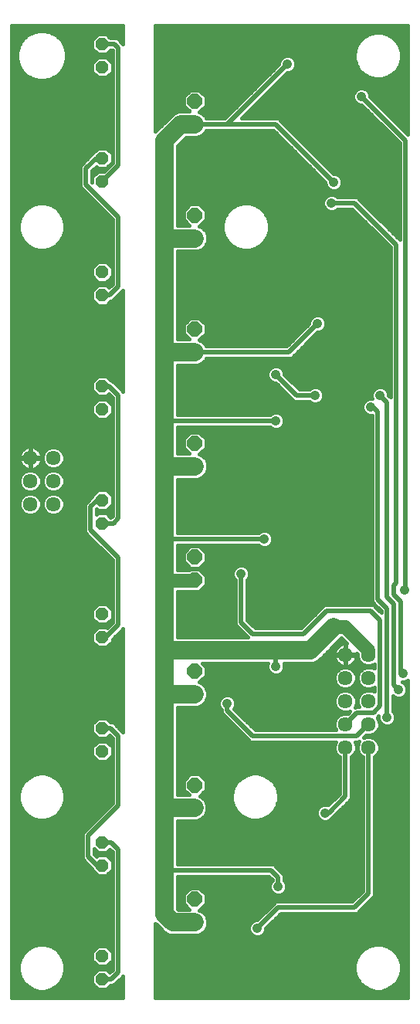
<source format=gbl>
G75*
%MOIN*%
%OFA0B0*%
%FSLAX25Y25*%
%IPPOS*%
%LPD*%
%AMOC8*
5,1,8,0,0,1.08239X$1,22.5*
%
%ADD10OC8,0.05600*%
%ADD11C,0.06337*%
%ADD12OC8,0.06337*%
%ADD13C,0.04165*%
%ADD14C,0.02000*%
%ADD15C,0.01600*%
%ADD16OC8,0.04165*%
%ADD17C,0.08000*%
%ADD18C,0.06000*%
D10*
X0044197Y0051343D03*
X0044197Y0061343D03*
X0044197Y0100556D03*
X0044197Y0110556D03*
X0044197Y0149768D03*
X0044197Y0159768D03*
X0044197Y0198981D03*
X0044197Y0208981D03*
X0044197Y0248193D03*
X0044197Y0258193D03*
X0044197Y0297406D03*
X0044197Y0307406D03*
X0044197Y0346619D03*
X0044197Y0356619D03*
X0044197Y0395831D03*
X0044197Y0405831D03*
X0044197Y0445044D03*
X0044197Y0455044D03*
D11*
X0023197Y0276414D03*
X0023197Y0266414D03*
X0023197Y0256414D03*
X0013197Y0256414D03*
X0013197Y0266414D03*
X0013197Y0276414D03*
X0149197Y0191414D03*
X0149197Y0181414D03*
X0149197Y0171414D03*
X0149197Y0161414D03*
X0149197Y0151414D03*
X0159197Y0151414D03*
X0159197Y0161414D03*
X0159197Y0171414D03*
X0159197Y0181414D03*
X0159197Y0191414D03*
D12*
X0084197Y0184375D03*
X0084197Y0174375D03*
X0084197Y0135162D03*
X0084197Y0125162D03*
X0084197Y0085949D03*
X0084197Y0075949D03*
X0084197Y0223587D03*
X0084197Y0233587D03*
X0084197Y0272800D03*
X0084197Y0282800D03*
X0084197Y0322012D03*
X0084197Y0332012D03*
X0084197Y0371225D03*
X0084197Y0381225D03*
X0084197Y0420437D03*
X0084197Y0430437D03*
D13*
X0124197Y0446414D03*
X0144197Y0395414D03*
X0143197Y0386414D03*
X0156197Y0432414D03*
X0137197Y0334414D03*
X0136197Y0303414D03*
X0119197Y0312414D03*
X0119198Y0292414D03*
X0114197Y0241414D03*
X0104197Y0226414D03*
X0119197Y0186414D03*
X0098197Y0170414D03*
X0120197Y0091414D03*
X0111197Y0073414D03*
X0140409Y0123201D03*
X0167197Y0164414D03*
X0172197Y0176414D03*
X0174197Y0183414D03*
X0174697Y0219414D03*
X0160197Y0298414D03*
X0164197Y0303414D03*
X0021197Y0324414D03*
X0012197Y0414414D03*
X0013197Y0213414D03*
X0017197Y0168414D03*
X0013197Y0110414D03*
D14*
X0038197Y0113414D02*
X0038197Y0104414D01*
X0042055Y0100556D01*
X0044197Y0100556D01*
X0051197Y0107414D02*
X0048055Y0110556D01*
X0044197Y0110556D01*
X0038197Y0113414D02*
X0051197Y0126414D01*
X0051197Y0156414D01*
X0047843Y0159768D01*
X0044197Y0159768D01*
X0044197Y0198981D02*
X0045764Y0198981D01*
X0051197Y0204414D01*
X0051197Y0233414D01*
X0039197Y0245414D01*
X0039197Y0255414D01*
X0041976Y0258193D01*
X0044197Y0258193D01*
X0044197Y0248193D02*
X0048976Y0248193D01*
X0051197Y0250414D01*
X0051197Y0303414D01*
X0047205Y0307406D01*
X0044197Y0307406D01*
X0044197Y0346619D02*
X0047402Y0346619D01*
X0051197Y0350414D01*
X0051197Y0380414D01*
X0037197Y0394414D01*
X0037197Y0401414D01*
X0041614Y0405831D01*
X0044197Y0405831D01*
X0051197Y0402831D02*
X0044197Y0395831D01*
X0051197Y0402831D02*
X0051197Y0453414D01*
X0049567Y0455044D01*
X0044197Y0455044D01*
X0084197Y0420437D02*
X0098220Y0420437D01*
X0119173Y0420437D01*
X0144197Y0395414D01*
X0143197Y0386414D02*
X0153197Y0386414D01*
X0171197Y0368414D01*
X0171197Y0222414D01*
X0170197Y0221414D01*
X0170197Y0217414D01*
X0173197Y0214414D01*
X0173197Y0184414D01*
X0174197Y0183414D01*
X0170197Y0178414D02*
X0172197Y0176414D01*
X0170197Y0178414D02*
X0170197Y0213414D01*
X0167197Y0216414D01*
X0167197Y0300414D01*
X0164197Y0303414D01*
X0161197Y0298414D02*
X0163197Y0296414D01*
X0163197Y0215414D01*
X0167197Y0211414D01*
X0167197Y0164414D01*
X0167197Y0163414D01*
X0161255Y0166445D02*
X0164197Y0169387D01*
X0164197Y0206414D01*
X0160197Y0210414D01*
X0141197Y0210414D01*
X0131197Y0200414D01*
X0109197Y0200414D01*
X0104197Y0205414D01*
X0104197Y0226414D01*
X0114197Y0241414D02*
X0071197Y0241414D01*
X0071197Y0291414D02*
X0072197Y0292414D01*
X0119198Y0292414D01*
X0128197Y0303414D02*
X0119197Y0312414D01*
X0124795Y0322012D02*
X0084197Y0322012D01*
X0046992Y0346619D02*
X0044197Y0346619D01*
X0098220Y0420437D02*
X0124197Y0446414D01*
X0156197Y0432414D02*
X0175197Y0413414D01*
X0175197Y0219414D01*
X0174697Y0219414D01*
X0161255Y0166445D02*
X0154228Y0166445D01*
X0149197Y0161414D01*
X0154197Y0156414D02*
X0159197Y0161414D01*
X0154197Y0156414D02*
X0109197Y0156414D01*
X0098197Y0167414D01*
X0098197Y0170414D01*
X0119197Y0186414D02*
X0119197Y0193414D01*
X0149197Y0130414D02*
X0141984Y0123201D01*
X0140409Y0123201D01*
X0149197Y0130414D02*
X0149197Y0151414D01*
X0159197Y0151414D02*
X0159197Y0088414D01*
X0153197Y0082414D01*
X0120197Y0082414D01*
X0111197Y0073414D01*
X0120197Y0091414D02*
X0120197Y0095414D01*
X0117197Y0098414D01*
X0071197Y0098414D01*
X0051197Y0107414D02*
X0051197Y0054414D01*
X0048197Y0051414D01*
X0044268Y0051414D01*
X0044197Y0051343D01*
X0128197Y0303414D02*
X0136197Y0303414D01*
X0124795Y0322012D02*
X0137197Y0334414D01*
X0160197Y0298414D02*
X0161197Y0298414D01*
D15*
X0005196Y0043411D02*
X0005195Y0043411D01*
X0005194Y0043412D01*
X0005194Y0043413D01*
X0005194Y0043414D01*
X0005194Y0462973D01*
X0005194Y0462974D01*
X0005194Y0462975D01*
X0005195Y0462976D01*
X0005196Y0462976D01*
X0005197Y0462976D01*
X0053197Y0462976D01*
X0053197Y0455091D01*
X0051040Y0457248D01*
X0050084Y0457644D01*
X0047819Y0457644D01*
X0046019Y0459444D01*
X0042374Y0459444D01*
X0039797Y0456866D01*
X0039797Y0453221D01*
X0042374Y0450644D01*
X0046019Y0450644D01*
X0047819Y0452444D01*
X0048490Y0452444D01*
X0048597Y0452337D01*
X0048597Y0403908D01*
X0044920Y0400231D01*
X0042374Y0400231D01*
X0039797Y0397654D01*
X0039797Y0395491D01*
X0039797Y0400337D01*
X0041633Y0402173D01*
X0042374Y0401431D01*
X0046019Y0401431D01*
X0048597Y0404009D01*
X0048597Y0407654D01*
X0046019Y0410231D01*
X0042374Y0410231D01*
X0040205Y0408062D01*
X0040141Y0408035D01*
X0035724Y0403618D01*
X0034993Y0402887D01*
X0034597Y0401931D01*
X0034597Y0393897D01*
X0034993Y0392941D01*
X0048597Y0379337D01*
X0048597Y0351491D01*
X0047072Y0349966D01*
X0046019Y0351019D01*
X0042374Y0351019D01*
X0039797Y0348441D01*
X0039797Y0344796D01*
X0042374Y0342219D01*
X0046019Y0342219D01*
X0047819Y0344019D01*
X0047919Y0344019D01*
X0048874Y0344414D01*
X0053197Y0348737D01*
X0053197Y0305091D01*
X0052670Y0305618D01*
X0048677Y0309610D01*
X0047888Y0309937D01*
X0046019Y0311806D01*
X0042374Y0311806D01*
X0039797Y0309229D01*
X0039797Y0305583D01*
X0042374Y0303006D01*
X0046019Y0303006D01*
X0046974Y0303960D01*
X0048597Y0302337D01*
X0048597Y0251491D01*
X0047899Y0250793D01*
X0047819Y0250793D01*
X0046019Y0252593D01*
X0042374Y0252593D01*
X0041797Y0252016D01*
X0041797Y0254337D01*
X0041814Y0254354D01*
X0042374Y0253793D01*
X0046019Y0253793D01*
X0048597Y0256371D01*
X0048597Y0260016D01*
X0046019Y0262593D01*
X0042374Y0262593D01*
X0039797Y0260016D01*
X0039797Y0259691D01*
X0036993Y0256887D01*
X0036597Y0255931D01*
X0036597Y0244897D01*
X0036993Y0243941D01*
X0037724Y0243210D01*
X0048597Y0232337D01*
X0048597Y0205491D01*
X0046253Y0203147D01*
X0046019Y0203381D01*
X0042374Y0203381D01*
X0039797Y0200803D01*
X0039797Y0197158D01*
X0042374Y0194581D01*
X0046019Y0194581D01*
X0048597Y0197158D01*
X0048597Y0198137D01*
X0052670Y0202210D01*
X0053197Y0202737D01*
X0053197Y0158091D01*
X0049315Y0161972D01*
X0048360Y0162368D01*
X0047819Y0162368D01*
X0046019Y0164168D01*
X0042374Y0164168D01*
X0039797Y0161591D01*
X0039797Y0157946D01*
X0042374Y0155368D01*
X0046019Y0155368D01*
X0047292Y0156641D01*
X0048597Y0155337D01*
X0048597Y0127491D01*
X0035993Y0114887D01*
X0035597Y0113931D01*
X0035597Y0103897D01*
X0035993Y0102941D01*
X0036724Y0102210D01*
X0039797Y0099137D01*
X0039797Y0098733D01*
X0042374Y0096156D01*
X0046019Y0096156D01*
X0048597Y0098733D01*
X0048597Y0102378D01*
X0046019Y0104956D01*
X0042374Y0104956D01*
X0041853Y0104434D01*
X0040797Y0105491D01*
X0040797Y0107733D01*
X0042374Y0106156D01*
X0046019Y0106156D01*
X0047399Y0107535D01*
X0048597Y0106337D01*
X0048597Y0055491D01*
X0047434Y0054328D01*
X0046019Y0055743D01*
X0042374Y0055743D01*
X0039797Y0053166D01*
X0039797Y0049520D01*
X0042374Y0046943D01*
X0046019Y0046943D01*
X0047890Y0048814D01*
X0048714Y0048814D01*
X0049670Y0049210D01*
X0050401Y0049941D01*
X0050401Y0049941D01*
X0052670Y0052210D01*
X0053197Y0052737D01*
X0053197Y0043411D01*
X0005197Y0043411D01*
X0005196Y0043411D01*
X0005194Y0044209D02*
X0053197Y0044209D01*
X0053197Y0045808D02*
X0005194Y0045808D01*
X0005194Y0047406D02*
X0013406Y0047406D01*
X0014228Y0046932D02*
X0016796Y0046244D01*
X0019456Y0046244D01*
X0022024Y0046932D01*
X0024327Y0048262D01*
X0026207Y0050142D01*
X0027537Y0052445D01*
X0028225Y0055013D01*
X0028225Y0057673D01*
X0027537Y0060241D01*
X0026207Y0062544D01*
X0024327Y0064424D01*
X0022024Y0065754D01*
X0019456Y0066442D01*
X0016796Y0066442D01*
X0014228Y0065754D01*
X0011925Y0064424D01*
X0010045Y0062544D01*
X0008715Y0060241D01*
X0008027Y0057673D01*
X0008027Y0055013D01*
X0008715Y0052445D01*
X0010045Y0050142D01*
X0011925Y0048262D01*
X0014228Y0046932D01*
X0011182Y0049005D02*
X0005194Y0049005D01*
X0005194Y0050603D02*
X0009778Y0050603D01*
X0008855Y0052202D02*
X0005194Y0052202D01*
X0005194Y0053800D02*
X0008352Y0053800D01*
X0008027Y0055399D02*
X0005194Y0055399D01*
X0005194Y0056998D02*
X0008027Y0056998D01*
X0008274Y0058596D02*
X0005194Y0058596D01*
X0005194Y0060195D02*
X0008703Y0060195D01*
X0009611Y0061793D02*
X0005194Y0061793D01*
X0005194Y0063392D02*
X0010892Y0063392D01*
X0012905Y0064990D02*
X0005194Y0064990D01*
X0005194Y0066589D02*
X0048597Y0066589D01*
X0048597Y0068187D02*
X0005194Y0068187D01*
X0005194Y0069786D02*
X0048597Y0069786D01*
X0048597Y0071384D02*
X0005194Y0071384D01*
X0005194Y0072983D02*
X0048597Y0072983D01*
X0048597Y0074581D02*
X0005194Y0074581D01*
X0005194Y0076180D02*
X0048597Y0076180D01*
X0048597Y0077778D02*
X0005194Y0077778D01*
X0005194Y0079377D02*
X0048597Y0079377D01*
X0048597Y0080975D02*
X0005194Y0080975D01*
X0005194Y0082574D02*
X0048597Y0082574D01*
X0048597Y0084172D02*
X0005194Y0084172D01*
X0005194Y0085771D02*
X0048597Y0085771D01*
X0048597Y0087369D02*
X0005194Y0087369D01*
X0005194Y0088968D02*
X0048597Y0088968D01*
X0048597Y0090566D02*
X0005194Y0090566D01*
X0005194Y0092165D02*
X0048597Y0092165D01*
X0048597Y0093763D02*
X0005194Y0093763D01*
X0005194Y0095362D02*
X0048597Y0095362D01*
X0048597Y0096960D02*
X0046824Y0096960D01*
X0048423Y0098559D02*
X0048597Y0098559D01*
X0048597Y0100157D02*
X0048597Y0100157D01*
X0048597Y0101756D02*
X0048597Y0101756D01*
X0048597Y0103354D02*
X0047621Y0103354D01*
X0048597Y0104953D02*
X0046022Y0104953D01*
X0046415Y0106551D02*
X0048382Y0106551D01*
X0042372Y0104953D02*
X0041335Y0104953D01*
X0040797Y0106551D02*
X0041979Y0106551D01*
X0038776Y0100157D02*
X0005194Y0100157D01*
X0005194Y0098559D02*
X0039971Y0098559D01*
X0041570Y0096960D02*
X0005194Y0096960D01*
X0005194Y0101756D02*
X0037178Y0101756D01*
X0035822Y0103354D02*
X0005194Y0103354D01*
X0005194Y0104953D02*
X0035597Y0104953D01*
X0035597Y0106551D02*
X0005194Y0106551D01*
X0005194Y0108150D02*
X0035597Y0108150D01*
X0035597Y0109748D02*
X0005194Y0109748D01*
X0005194Y0111347D02*
X0035597Y0111347D01*
X0035597Y0112945D02*
X0005194Y0112945D01*
X0005194Y0114544D02*
X0035851Y0114544D01*
X0037248Y0116142D02*
X0005194Y0116142D01*
X0005194Y0117741D02*
X0038847Y0117741D01*
X0040445Y0119339D02*
X0005194Y0119339D01*
X0005194Y0120938D02*
X0013904Y0120938D01*
X0014228Y0120751D02*
X0016796Y0120063D01*
X0019456Y0120063D01*
X0022024Y0120751D01*
X0024327Y0122081D01*
X0026207Y0123961D01*
X0027537Y0126264D01*
X0028225Y0128832D01*
X0028225Y0131491D01*
X0027537Y0134060D01*
X0026207Y0136363D01*
X0024327Y0138243D01*
X0022024Y0139573D01*
X0019456Y0140261D01*
X0016796Y0140261D01*
X0014228Y0139573D01*
X0011925Y0138243D01*
X0010045Y0136363D01*
X0008715Y0134060D01*
X0008027Y0131491D01*
X0008027Y0128832D01*
X0008715Y0126264D01*
X0010045Y0123961D01*
X0011925Y0122081D01*
X0014228Y0120751D01*
X0011469Y0122536D02*
X0005194Y0122536D01*
X0005194Y0124135D02*
X0009944Y0124135D01*
X0009021Y0125733D02*
X0005194Y0125733D01*
X0005194Y0127332D02*
X0008429Y0127332D01*
X0008027Y0128931D02*
X0005194Y0128931D01*
X0005194Y0130529D02*
X0008027Y0130529D01*
X0008197Y0132128D02*
X0005194Y0132128D01*
X0005194Y0133726D02*
X0008626Y0133726D01*
X0009445Y0135325D02*
X0005194Y0135325D01*
X0005194Y0136923D02*
X0010605Y0136923D01*
X0012407Y0138522D02*
X0005194Y0138522D01*
X0005194Y0140120D02*
X0016270Y0140120D01*
X0019982Y0140120D02*
X0048597Y0140120D01*
X0048597Y0138522D02*
X0023845Y0138522D01*
X0025647Y0136923D02*
X0048597Y0136923D01*
X0048597Y0135325D02*
X0026807Y0135325D01*
X0027626Y0133726D02*
X0048597Y0133726D01*
X0048597Y0132128D02*
X0028055Y0132128D01*
X0028225Y0130529D02*
X0048597Y0130529D01*
X0048597Y0128931D02*
X0028225Y0128931D01*
X0027823Y0127332D02*
X0048438Y0127332D01*
X0046840Y0125733D02*
X0027231Y0125733D01*
X0026308Y0124135D02*
X0045241Y0124135D01*
X0043642Y0122536D02*
X0024783Y0122536D01*
X0022348Y0120938D02*
X0042044Y0120938D01*
X0048597Y0141719D02*
X0005194Y0141719D01*
X0005194Y0143317D02*
X0048597Y0143317D01*
X0048597Y0144916D02*
X0005194Y0144916D01*
X0005194Y0146514D02*
X0041228Y0146514D01*
X0042374Y0145368D02*
X0039797Y0147946D01*
X0039797Y0151591D01*
X0042374Y0154168D01*
X0046019Y0154168D01*
X0048597Y0151591D01*
X0048597Y0147946D01*
X0046019Y0145368D01*
X0042374Y0145368D01*
X0039797Y0148113D02*
X0005194Y0148113D01*
X0005194Y0149711D02*
X0039797Y0149711D01*
X0039797Y0151310D02*
X0005194Y0151310D01*
X0005194Y0152908D02*
X0041114Y0152908D01*
X0041637Y0156105D02*
X0005194Y0156105D01*
X0005194Y0154507D02*
X0048597Y0154507D01*
X0048597Y0152908D02*
X0047279Y0152908D01*
X0048597Y0151310D02*
X0048597Y0151310D01*
X0048597Y0149711D02*
X0048597Y0149711D01*
X0048597Y0148113D02*
X0048597Y0148113D01*
X0048597Y0146514D02*
X0047165Y0146514D01*
X0046756Y0156105D02*
X0047829Y0156105D01*
X0050387Y0160901D02*
X0053197Y0160901D01*
X0053197Y0162499D02*
X0047688Y0162499D01*
X0046090Y0164098D02*
X0053197Y0164098D01*
X0053197Y0165696D02*
X0005194Y0165696D01*
X0005194Y0164098D02*
X0042304Y0164098D01*
X0040705Y0162499D02*
X0005194Y0162499D01*
X0005194Y0160901D02*
X0039797Y0160901D01*
X0039797Y0159302D02*
X0005194Y0159302D01*
X0005194Y0157704D02*
X0040039Y0157704D01*
X0051985Y0159302D02*
X0053197Y0159302D01*
X0053197Y0167295D02*
X0005194Y0167295D01*
X0005194Y0168893D02*
X0053197Y0168893D01*
X0053197Y0170492D02*
X0005194Y0170492D01*
X0005194Y0172090D02*
X0053197Y0172090D01*
X0053197Y0173689D02*
X0005194Y0173689D01*
X0005194Y0175287D02*
X0053197Y0175287D01*
X0053197Y0176886D02*
X0005194Y0176886D01*
X0005194Y0178484D02*
X0053197Y0178484D01*
X0053197Y0180083D02*
X0005194Y0180083D01*
X0005194Y0181681D02*
X0053197Y0181681D01*
X0053197Y0183280D02*
X0005194Y0183280D01*
X0005194Y0184878D02*
X0053197Y0184878D01*
X0053197Y0186477D02*
X0005194Y0186477D01*
X0005194Y0188075D02*
X0053197Y0188075D01*
X0053197Y0189674D02*
X0005194Y0189674D01*
X0005194Y0191272D02*
X0053197Y0191272D01*
X0053197Y0192871D02*
X0005194Y0192871D01*
X0005194Y0194469D02*
X0053197Y0194469D01*
X0053197Y0196068D02*
X0047507Y0196068D01*
X0048597Y0197666D02*
X0053197Y0197666D01*
X0053197Y0199265D02*
X0049725Y0199265D01*
X0051323Y0200864D02*
X0053197Y0200864D01*
X0053197Y0202462D02*
X0052922Y0202462D01*
X0048597Y0205659D02*
X0047098Y0205659D01*
X0046019Y0204581D02*
X0048597Y0207158D01*
X0048597Y0210803D01*
X0046019Y0213381D01*
X0042374Y0213381D01*
X0039797Y0210803D01*
X0039797Y0207158D01*
X0042374Y0204581D01*
X0046019Y0204581D01*
X0047167Y0204061D02*
X0005194Y0204061D01*
X0005194Y0205659D02*
X0041296Y0205659D01*
X0039797Y0207258D02*
X0005194Y0207258D01*
X0005194Y0208856D02*
X0039797Y0208856D01*
X0039797Y0210455D02*
X0005194Y0210455D01*
X0005194Y0212053D02*
X0041047Y0212053D01*
X0041456Y0202462D02*
X0005194Y0202462D01*
X0005194Y0200864D02*
X0039857Y0200864D01*
X0039797Y0199265D02*
X0005194Y0199265D01*
X0005194Y0197666D02*
X0039797Y0197666D01*
X0040887Y0196068D02*
X0005194Y0196068D01*
X0005194Y0213652D02*
X0048597Y0213652D01*
X0048597Y0215250D02*
X0005194Y0215250D01*
X0005194Y0216849D02*
X0048597Y0216849D01*
X0048597Y0218447D02*
X0005194Y0218447D01*
X0005194Y0220046D02*
X0048597Y0220046D01*
X0048597Y0221644D02*
X0005194Y0221644D01*
X0005194Y0223243D02*
X0048597Y0223243D01*
X0048597Y0224841D02*
X0005194Y0224841D01*
X0005194Y0226440D02*
X0048597Y0226440D01*
X0048597Y0228038D02*
X0005194Y0228038D01*
X0005194Y0229637D02*
X0048597Y0229637D01*
X0048597Y0231235D02*
X0005194Y0231235D01*
X0005194Y0232834D02*
X0048100Y0232834D01*
X0046502Y0234432D02*
X0005194Y0234432D01*
X0005194Y0236031D02*
X0044903Y0236031D01*
X0043304Y0237629D02*
X0005194Y0237629D01*
X0005194Y0239228D02*
X0041706Y0239228D01*
X0040107Y0240826D02*
X0005194Y0240826D01*
X0005194Y0242425D02*
X0038509Y0242425D01*
X0036959Y0244023D02*
X0005194Y0244023D01*
X0005194Y0245622D02*
X0036597Y0245622D01*
X0036597Y0247220D02*
X0005194Y0247220D01*
X0005194Y0248819D02*
X0036597Y0248819D01*
X0036597Y0250417D02*
X0005194Y0250417D01*
X0005194Y0252016D02*
X0011354Y0252016D01*
X0010496Y0252371D02*
X0012248Y0251645D01*
X0014145Y0251645D01*
X0015898Y0252371D01*
X0017239Y0253713D01*
X0017965Y0255465D01*
X0017965Y0257362D01*
X0017239Y0259115D01*
X0015898Y0260456D01*
X0014145Y0261182D01*
X0012248Y0261182D01*
X0010496Y0260456D01*
X0009154Y0259115D01*
X0008428Y0257362D01*
X0008428Y0255465D01*
X0009154Y0253713D01*
X0010496Y0252371D01*
X0009253Y0253614D02*
X0005194Y0253614D01*
X0005194Y0255213D02*
X0008533Y0255213D01*
X0008428Y0256811D02*
X0005194Y0256811D01*
X0005194Y0258410D02*
X0008862Y0258410D01*
X0010048Y0260008D02*
X0005194Y0260008D01*
X0005194Y0261607D02*
X0041388Y0261607D01*
X0039797Y0260008D02*
X0026346Y0260008D01*
X0025898Y0260456D02*
X0024145Y0261182D01*
X0022248Y0261182D01*
X0020496Y0260456D01*
X0019154Y0259115D01*
X0018428Y0257362D01*
X0018428Y0255465D01*
X0019154Y0253713D01*
X0020496Y0252371D01*
X0022248Y0251645D01*
X0024145Y0251645D01*
X0025898Y0252371D01*
X0027239Y0253713D01*
X0027965Y0255465D01*
X0027965Y0257362D01*
X0027239Y0259115D01*
X0025898Y0260456D01*
X0025898Y0262371D02*
X0024145Y0261645D01*
X0022248Y0261645D01*
X0020496Y0262371D01*
X0019154Y0263713D01*
X0018428Y0265465D01*
X0018428Y0267362D01*
X0019154Y0269115D01*
X0020496Y0270456D01*
X0022248Y0271182D01*
X0024145Y0271182D01*
X0025898Y0270456D01*
X0027239Y0269115D01*
X0027965Y0267362D01*
X0027965Y0265465D01*
X0027239Y0263713D01*
X0025898Y0262371D01*
X0026732Y0263205D02*
X0048597Y0263205D01*
X0048597Y0261607D02*
X0047006Y0261607D01*
X0048597Y0260008D02*
X0048597Y0260008D01*
X0048597Y0258410D02*
X0048597Y0258410D01*
X0048597Y0256811D02*
X0048597Y0256811D01*
X0048597Y0255213D02*
X0047439Y0255213D01*
X0048597Y0253614D02*
X0041797Y0253614D01*
X0046597Y0252016D02*
X0048597Y0252016D01*
X0048597Y0264804D02*
X0027691Y0264804D01*
X0027965Y0266402D02*
X0048597Y0266402D01*
X0048597Y0268001D02*
X0027701Y0268001D01*
X0026755Y0269600D02*
X0048597Y0269600D01*
X0048597Y0271198D02*
X0005194Y0271198D01*
X0005194Y0269600D02*
X0009639Y0269600D01*
X0009154Y0269115D02*
X0008428Y0267362D01*
X0008428Y0265465D01*
X0009154Y0263713D01*
X0010496Y0262371D01*
X0012248Y0261645D01*
X0014145Y0261645D01*
X0015898Y0262371D01*
X0017239Y0263713D01*
X0017965Y0265465D01*
X0017965Y0267362D01*
X0017239Y0269115D01*
X0015898Y0270456D01*
X0014145Y0271182D01*
X0012248Y0271182D01*
X0010496Y0270456D01*
X0009154Y0269115D01*
X0008693Y0268001D02*
X0005194Y0268001D01*
X0005194Y0266402D02*
X0008428Y0266402D01*
X0008702Y0264804D02*
X0005194Y0264804D01*
X0005194Y0263205D02*
X0009662Y0263205D01*
X0012033Y0271568D02*
X0012806Y0271445D01*
X0013013Y0271445D01*
X0013013Y0276230D01*
X0013381Y0276230D01*
X0013381Y0276598D01*
X0018165Y0276598D01*
X0018165Y0276805D01*
X0018043Y0277577D01*
X0017801Y0278321D01*
X0017446Y0279018D01*
X0016987Y0279651D01*
X0016434Y0280204D01*
X0015801Y0280663D01*
X0015104Y0281018D01*
X0014360Y0281260D01*
X0013588Y0281382D01*
X0013381Y0281382D01*
X0013381Y0276598D01*
X0013013Y0276598D01*
X0013013Y0281382D01*
X0012806Y0281382D01*
X0012033Y0281260D01*
X0011290Y0281018D01*
X0010593Y0280663D01*
X0009960Y0280204D01*
X0009407Y0279651D01*
X0008947Y0279018D01*
X0008592Y0278321D01*
X0008351Y0277577D01*
X0008228Y0276805D01*
X0008228Y0276598D01*
X0013013Y0276598D01*
X0013013Y0276230D01*
X0008228Y0276230D01*
X0008228Y0276023D01*
X0008351Y0275250D01*
X0008592Y0274507D01*
X0008947Y0273810D01*
X0009407Y0273177D01*
X0009960Y0272624D01*
X0010593Y0272164D01*
X0011290Y0271809D01*
X0012033Y0271568D01*
X0013381Y0271445D02*
X0013381Y0276230D01*
X0018165Y0276230D01*
X0018165Y0276023D01*
X0018043Y0275250D01*
X0017801Y0274507D01*
X0017446Y0273810D01*
X0016987Y0273177D01*
X0016434Y0272624D01*
X0015801Y0272164D01*
X0015104Y0271809D01*
X0014360Y0271568D01*
X0013588Y0271445D01*
X0013381Y0271445D01*
X0013381Y0272797D02*
X0013013Y0272797D01*
X0013013Y0274395D02*
X0013381Y0274395D01*
X0013381Y0275994D02*
X0013013Y0275994D01*
X0013013Y0277592D02*
X0013381Y0277592D01*
X0013381Y0279191D02*
X0013013Y0279191D01*
X0013013Y0280789D02*
X0013381Y0280789D01*
X0015554Y0280789D02*
X0021299Y0280789D01*
X0020496Y0280456D02*
X0019154Y0279115D01*
X0018428Y0277362D01*
X0018428Y0275465D01*
X0019154Y0273713D01*
X0020496Y0272371D01*
X0022248Y0271645D01*
X0024145Y0271645D01*
X0025898Y0272371D01*
X0027239Y0273713D01*
X0027965Y0275465D01*
X0027965Y0277362D01*
X0027239Y0279115D01*
X0025898Y0280456D01*
X0024145Y0281182D01*
X0022248Y0281182D01*
X0020496Y0280456D01*
X0019230Y0279191D02*
X0017321Y0279191D01*
X0018038Y0277592D02*
X0018523Y0277592D01*
X0018428Y0275994D02*
X0018161Y0275994D01*
X0017744Y0274395D02*
X0018872Y0274395D01*
X0020071Y0272797D02*
X0016606Y0272797D01*
X0016755Y0269600D02*
X0019639Y0269600D01*
X0018693Y0268001D02*
X0017701Y0268001D01*
X0017965Y0266402D02*
X0018428Y0266402D01*
X0018702Y0264804D02*
X0017691Y0264804D01*
X0016732Y0263205D02*
X0019662Y0263205D01*
X0020048Y0260008D02*
X0016346Y0260008D01*
X0017531Y0258410D02*
X0018862Y0258410D01*
X0018428Y0256811D02*
X0017965Y0256811D01*
X0017861Y0255213D02*
X0018533Y0255213D01*
X0019253Y0253614D02*
X0017141Y0253614D01*
X0015040Y0252016D02*
X0021354Y0252016D01*
X0025040Y0252016D02*
X0036597Y0252016D01*
X0036597Y0253614D02*
X0027141Y0253614D01*
X0027861Y0255213D02*
X0036597Y0255213D01*
X0036962Y0256811D02*
X0027965Y0256811D01*
X0027531Y0258410D02*
X0038516Y0258410D01*
X0048597Y0272797D02*
X0026323Y0272797D01*
X0027522Y0274395D02*
X0048597Y0274395D01*
X0048597Y0275994D02*
X0027965Y0275994D01*
X0027870Y0277592D02*
X0048597Y0277592D01*
X0048597Y0279191D02*
X0027164Y0279191D01*
X0025095Y0280789D02*
X0048597Y0280789D01*
X0048597Y0282388D02*
X0005194Y0282388D01*
X0005194Y0283986D02*
X0048597Y0283986D01*
X0048597Y0285585D02*
X0005194Y0285585D01*
X0005194Y0287183D02*
X0048597Y0287183D01*
X0048597Y0288782D02*
X0005194Y0288782D01*
X0005194Y0290380D02*
X0048597Y0290380D01*
X0048597Y0291979D02*
X0005194Y0291979D01*
X0005194Y0293577D02*
X0041803Y0293577D01*
X0042374Y0293006D02*
X0046019Y0293006D01*
X0048597Y0295583D01*
X0048597Y0299229D01*
X0046019Y0301806D01*
X0042374Y0301806D01*
X0039797Y0299229D01*
X0039797Y0295583D01*
X0042374Y0293006D01*
X0040205Y0295176D02*
X0005194Y0295176D01*
X0005194Y0296774D02*
X0039797Y0296774D01*
X0039797Y0298373D02*
X0005194Y0298373D01*
X0005194Y0299971D02*
X0040540Y0299971D01*
X0042138Y0301570D02*
X0005194Y0301570D01*
X0005194Y0303168D02*
X0042212Y0303168D01*
X0040614Y0304767D02*
X0005194Y0304767D01*
X0005194Y0306365D02*
X0039797Y0306365D01*
X0039797Y0307964D02*
X0005194Y0307964D01*
X0005194Y0309562D02*
X0040131Y0309562D01*
X0041729Y0311161D02*
X0005194Y0311161D01*
X0005194Y0312759D02*
X0053197Y0312759D01*
X0053197Y0311161D02*
X0046665Y0311161D01*
X0048725Y0309562D02*
X0053197Y0309562D01*
X0053197Y0307964D02*
X0050324Y0307964D01*
X0051922Y0306365D02*
X0053197Y0306365D01*
X0053197Y0314358D02*
X0005194Y0314358D01*
X0005194Y0315956D02*
X0053197Y0315956D01*
X0053197Y0317555D02*
X0005194Y0317555D01*
X0005194Y0319153D02*
X0053197Y0319153D01*
X0053197Y0320752D02*
X0005194Y0320752D01*
X0005194Y0322350D02*
X0053197Y0322350D01*
X0053197Y0323949D02*
X0005194Y0323949D01*
X0005194Y0325547D02*
X0053197Y0325547D01*
X0053197Y0327146D02*
X0005194Y0327146D01*
X0005194Y0328744D02*
X0053197Y0328744D01*
X0053197Y0330343D02*
X0005194Y0330343D01*
X0005194Y0331941D02*
X0053197Y0331941D01*
X0053197Y0333540D02*
X0005194Y0333540D01*
X0005194Y0335138D02*
X0053197Y0335138D01*
X0053197Y0336737D02*
X0005194Y0336737D01*
X0005194Y0338335D02*
X0053197Y0338335D01*
X0053197Y0339934D02*
X0005194Y0339934D01*
X0005194Y0341533D02*
X0053197Y0341533D01*
X0053197Y0343131D02*
X0046932Y0343131D01*
X0049189Y0344730D02*
X0053197Y0344730D01*
X0053197Y0346328D02*
X0050788Y0346328D01*
X0052386Y0347927D02*
X0053197Y0347927D01*
X0048230Y0351124D02*
X0005194Y0351124D01*
X0005194Y0352722D02*
X0041871Y0352722D01*
X0042374Y0352219D02*
X0046019Y0352219D01*
X0048597Y0354796D01*
X0048597Y0358441D01*
X0046019Y0361019D01*
X0042374Y0361019D01*
X0039797Y0358441D01*
X0039797Y0354796D01*
X0042374Y0352219D01*
X0040272Y0354321D02*
X0005194Y0354321D01*
X0005194Y0355919D02*
X0039797Y0355919D01*
X0039797Y0357518D02*
X0005194Y0357518D01*
X0005194Y0359116D02*
X0040472Y0359116D01*
X0042070Y0360715D02*
X0005194Y0360715D01*
X0005194Y0362313D02*
X0048597Y0362313D01*
X0048597Y0360715D02*
X0046323Y0360715D01*
X0047922Y0359116D02*
X0048597Y0359116D01*
X0048597Y0357518D02*
X0048597Y0357518D01*
X0048597Y0355919D02*
X0048597Y0355919D01*
X0048597Y0354321D02*
X0048121Y0354321D01*
X0048597Y0352722D02*
X0046523Y0352722D01*
X0048597Y0363912D02*
X0005194Y0363912D01*
X0005194Y0365510D02*
X0048597Y0365510D01*
X0048597Y0367109D02*
X0022535Y0367109D01*
X0022024Y0366814D02*
X0024327Y0368144D01*
X0026207Y0370024D01*
X0027537Y0372327D01*
X0028225Y0374895D01*
X0028225Y0377554D01*
X0027537Y0380123D01*
X0026207Y0382426D01*
X0024327Y0384306D01*
X0022024Y0385636D01*
X0019456Y0386324D01*
X0016796Y0386324D01*
X0014228Y0385636D01*
X0011925Y0384306D01*
X0010045Y0382426D01*
X0008715Y0380123D01*
X0008027Y0377554D01*
X0008027Y0374895D01*
X0008715Y0372327D01*
X0010045Y0370024D01*
X0011925Y0368144D01*
X0014228Y0366814D01*
X0016796Y0366126D01*
X0019456Y0366126D01*
X0022024Y0366814D01*
X0024891Y0368707D02*
X0048597Y0368707D01*
X0048597Y0370306D02*
X0026370Y0370306D01*
X0027293Y0371904D02*
X0048597Y0371904D01*
X0048597Y0373503D02*
X0027852Y0373503D01*
X0028225Y0375101D02*
X0048597Y0375101D01*
X0048597Y0376700D02*
X0028225Y0376700D01*
X0028026Y0378298D02*
X0048597Y0378298D01*
X0048037Y0379897D02*
X0027598Y0379897D01*
X0026745Y0381495D02*
X0046438Y0381495D01*
X0044840Y0383094D02*
X0025540Y0383094D01*
X0023658Y0384692D02*
X0043241Y0384692D01*
X0041643Y0386291D02*
X0019580Y0386291D01*
X0016672Y0386291D02*
X0005194Y0386291D01*
X0005194Y0387889D02*
X0040044Y0387889D01*
X0038446Y0389488D02*
X0005194Y0389488D01*
X0005194Y0391086D02*
X0036847Y0391086D01*
X0035249Y0392685D02*
X0005194Y0392685D01*
X0005194Y0394283D02*
X0034597Y0394283D01*
X0034597Y0395882D02*
X0005194Y0395882D01*
X0005194Y0397480D02*
X0034597Y0397480D01*
X0034597Y0399079D02*
X0005194Y0399079D01*
X0005194Y0400677D02*
X0034597Y0400677D01*
X0034740Y0402276D02*
X0005194Y0402276D01*
X0005194Y0403874D02*
X0035980Y0403874D01*
X0037579Y0405473D02*
X0005194Y0405473D01*
X0005194Y0407071D02*
X0039178Y0407071D01*
X0040813Y0408670D02*
X0005194Y0408670D01*
X0005194Y0410269D02*
X0048597Y0410269D01*
X0048597Y0411867D02*
X0005194Y0411867D01*
X0005194Y0413466D02*
X0048597Y0413466D01*
X0048597Y0415064D02*
X0005194Y0415064D01*
X0005194Y0416663D02*
X0048597Y0416663D01*
X0048597Y0418261D02*
X0005194Y0418261D01*
X0005194Y0419860D02*
X0048597Y0419860D01*
X0048597Y0421458D02*
X0005194Y0421458D01*
X0005194Y0423057D02*
X0048597Y0423057D01*
X0048597Y0424655D02*
X0005194Y0424655D01*
X0005194Y0426254D02*
X0048597Y0426254D01*
X0048597Y0427852D02*
X0005194Y0427852D01*
X0005194Y0429451D02*
X0048597Y0429451D01*
X0048597Y0431049D02*
X0005194Y0431049D01*
X0005194Y0432648D02*
X0048597Y0432648D01*
X0048597Y0434246D02*
X0005194Y0434246D01*
X0005194Y0435845D02*
X0048597Y0435845D01*
X0048597Y0437443D02*
X0005194Y0437443D01*
X0005194Y0439042D02*
X0048597Y0439042D01*
X0048597Y0440640D02*
X0023218Y0440640D01*
X0022252Y0440083D02*
X0024690Y0441490D01*
X0026680Y0443480D01*
X0028087Y0445918D01*
X0028816Y0448636D01*
X0028816Y0451451D01*
X0028087Y0454170D01*
X0026680Y0456607D01*
X0024690Y0458598D01*
X0022252Y0460005D01*
X0019533Y0460734D01*
X0016719Y0460734D01*
X0014000Y0460005D01*
X0011562Y0458598D01*
X0009572Y0456607D01*
X0008165Y0454170D01*
X0007436Y0451451D01*
X0007436Y0448636D01*
X0008165Y0445918D01*
X0009572Y0443480D01*
X0011562Y0441490D01*
X0014000Y0440083D01*
X0016719Y0439354D01*
X0019533Y0439354D01*
X0022252Y0440083D01*
X0025439Y0442239D02*
X0040779Y0442239D01*
X0039797Y0443221D02*
X0039797Y0446866D01*
X0042374Y0449444D01*
X0046019Y0449444D01*
X0048597Y0446866D01*
X0048597Y0443221D01*
X0046019Y0440644D01*
X0042374Y0440644D01*
X0039797Y0443221D01*
X0039797Y0443837D02*
X0026886Y0443837D01*
X0027809Y0445436D02*
X0039797Y0445436D01*
X0039965Y0447034D02*
X0028386Y0447034D01*
X0028815Y0448633D02*
X0041563Y0448633D01*
X0041188Y0451830D02*
X0028714Y0451830D01*
X0028816Y0450231D02*
X0048597Y0450231D01*
X0048597Y0448633D02*
X0046830Y0448633D01*
X0048429Y0447034D02*
X0048597Y0447034D01*
X0048597Y0445436D02*
X0048597Y0445436D01*
X0048597Y0443837D02*
X0048597Y0443837D01*
X0048597Y0442239D02*
X0047614Y0442239D01*
X0047205Y0451830D02*
X0048597Y0451830D01*
X0047239Y0458224D02*
X0053197Y0458224D01*
X0053197Y0459822D02*
X0022569Y0459822D01*
X0025064Y0458224D02*
X0041154Y0458224D01*
X0039797Y0456625D02*
X0026662Y0456625D01*
X0027592Y0455027D02*
X0039797Y0455027D01*
X0039797Y0453428D02*
X0028286Y0453428D01*
X0013683Y0459822D02*
X0005194Y0459822D01*
X0005194Y0458224D02*
X0011188Y0458224D01*
X0009590Y0456625D02*
X0005194Y0456625D01*
X0005194Y0455027D02*
X0008659Y0455027D01*
X0007966Y0453428D02*
X0005194Y0453428D01*
X0005194Y0451830D02*
X0007538Y0451830D01*
X0007436Y0450231D02*
X0005194Y0450231D01*
X0005194Y0448633D02*
X0007437Y0448633D01*
X0007866Y0447034D02*
X0005194Y0447034D01*
X0005194Y0445436D02*
X0008443Y0445436D01*
X0009366Y0443837D02*
X0005194Y0443837D01*
X0005194Y0442239D02*
X0010813Y0442239D01*
X0013034Y0440640D02*
X0005194Y0440640D01*
X0005194Y0461421D02*
X0053197Y0461421D01*
X0053197Y0456625D02*
X0051662Y0456625D01*
X0067197Y0456625D02*
X0155567Y0456625D01*
X0155186Y0456245D02*
X0153857Y0453942D01*
X0153169Y0451373D01*
X0153169Y0448714D01*
X0153857Y0446146D01*
X0155186Y0443843D01*
X0157067Y0441962D01*
X0159370Y0440633D01*
X0161938Y0439945D01*
X0164597Y0439945D01*
X0167166Y0440633D01*
X0169469Y0441962D01*
X0171349Y0443843D01*
X0172679Y0446146D01*
X0173367Y0448714D01*
X0173367Y0451373D01*
X0172679Y0453942D01*
X0171349Y0456245D01*
X0169469Y0458125D01*
X0167166Y0459455D01*
X0164597Y0460143D01*
X0161938Y0460143D01*
X0159370Y0459455D01*
X0157067Y0458125D01*
X0155186Y0456245D01*
X0154483Y0455027D02*
X0067197Y0455027D01*
X0067197Y0453428D02*
X0153719Y0453428D01*
X0153291Y0451830D02*
X0067197Y0451830D01*
X0067197Y0450231D02*
X0153169Y0450231D01*
X0153190Y0448633D02*
X0127186Y0448633D01*
X0127319Y0448500D02*
X0126283Y0449536D01*
X0124929Y0450097D01*
X0123464Y0450097D01*
X0122111Y0449536D01*
X0121075Y0448500D01*
X0120514Y0447146D01*
X0120514Y0446408D01*
X0097144Y0423037D01*
X0089181Y0423037D01*
X0088944Y0423610D01*
X0087369Y0425185D01*
X0086180Y0425677D01*
X0088965Y0428462D01*
X0088965Y0432413D01*
X0086172Y0435206D01*
X0082222Y0435206D01*
X0079428Y0432413D01*
X0079428Y0428462D01*
X0081853Y0426037D01*
X0077107Y0426037D01*
X0075048Y0425185D01*
X0067197Y0417333D01*
X0067197Y0462976D01*
X0176197Y0462976D01*
X0176197Y0462976D01*
X0176199Y0462976D01*
X0176199Y0462975D01*
X0176200Y0462974D01*
X0176200Y0462973D01*
X0176200Y0416088D01*
X0159880Y0432408D01*
X0159880Y0433146D01*
X0159319Y0434500D01*
X0158283Y0435536D01*
X0156929Y0436097D01*
X0155464Y0436097D01*
X0154111Y0435536D01*
X0153075Y0434500D01*
X0152514Y0433146D01*
X0152514Y0431681D01*
X0153075Y0430328D01*
X0154111Y0429292D01*
X0155464Y0428731D01*
X0156203Y0428731D01*
X0172597Y0412337D01*
X0172597Y0370691D01*
X0155401Y0387887D01*
X0154670Y0388618D01*
X0153714Y0389014D01*
X0145805Y0389014D01*
X0145283Y0389536D01*
X0143929Y0390097D01*
X0142464Y0390097D01*
X0141111Y0389536D01*
X0140075Y0388500D01*
X0139514Y0387146D01*
X0139514Y0385681D01*
X0140075Y0384328D01*
X0141111Y0383292D01*
X0142464Y0382731D01*
X0143929Y0382731D01*
X0145283Y0383292D01*
X0145805Y0383814D01*
X0152120Y0383814D01*
X0168597Y0367337D01*
X0168597Y0302691D01*
X0167880Y0303408D01*
X0167880Y0304146D01*
X0167319Y0305500D01*
X0166283Y0306536D01*
X0164929Y0307097D01*
X0163464Y0307097D01*
X0162111Y0306536D01*
X0161075Y0305500D01*
X0160514Y0304146D01*
X0160514Y0302681D01*
X0160756Y0302097D01*
X0159464Y0302097D01*
X0158111Y0301536D01*
X0157075Y0300500D01*
X0156514Y0299146D01*
X0156514Y0297681D01*
X0157075Y0296328D01*
X0158111Y0295292D01*
X0159464Y0294731D01*
X0160597Y0294731D01*
X0160597Y0214897D01*
X0160993Y0213941D01*
X0161724Y0213210D01*
X0164597Y0210337D01*
X0164597Y0209691D01*
X0162401Y0211887D01*
X0161670Y0212618D01*
X0160714Y0213014D01*
X0140680Y0213014D01*
X0139724Y0212618D01*
X0130120Y0203014D01*
X0110274Y0203014D01*
X0106797Y0206491D01*
X0106797Y0223806D01*
X0107319Y0224328D01*
X0107880Y0225681D01*
X0107880Y0227146D01*
X0107319Y0228500D01*
X0106283Y0229536D01*
X0104929Y0230097D01*
X0103464Y0230097D01*
X0102111Y0229536D01*
X0101075Y0228500D01*
X0100514Y0227146D01*
X0100514Y0225681D01*
X0101075Y0224328D01*
X0101597Y0223806D01*
X0101597Y0204897D01*
X0101993Y0203941D01*
X0106920Y0199014D01*
X0076797Y0199014D01*
X0076797Y0218814D01*
X0084939Y0218814D01*
X0084950Y0218819D01*
X0086172Y0218819D01*
X0088965Y0221612D01*
X0088965Y0225562D01*
X0086172Y0228356D01*
X0082222Y0228356D01*
X0081880Y0228014D01*
X0076797Y0228014D01*
X0076797Y0238814D01*
X0111589Y0238814D01*
X0112111Y0238292D01*
X0113464Y0237731D01*
X0114929Y0237731D01*
X0116283Y0238292D01*
X0117319Y0239328D01*
X0117880Y0240681D01*
X0117880Y0242146D01*
X0117319Y0243500D01*
X0116283Y0244536D01*
X0114929Y0245097D01*
X0113464Y0245097D01*
X0112111Y0244536D01*
X0111589Y0244014D01*
X0076797Y0244014D01*
X0076797Y0267200D01*
X0085311Y0267200D01*
X0087369Y0268052D01*
X0088944Y0269628D01*
X0089797Y0271686D01*
X0089797Y0273914D01*
X0088944Y0275972D01*
X0087369Y0277547D01*
X0086180Y0278040D01*
X0088965Y0280825D01*
X0088965Y0284775D01*
X0086172Y0287568D01*
X0082222Y0287568D01*
X0079428Y0284775D01*
X0079428Y0280825D01*
X0081853Y0278400D01*
X0076797Y0278400D01*
X0076797Y0289814D01*
X0116590Y0289814D01*
X0117112Y0289292D01*
X0118465Y0288731D01*
X0119930Y0288731D01*
X0121284Y0289292D01*
X0122320Y0290328D01*
X0122880Y0291681D01*
X0122880Y0293146D01*
X0122320Y0294500D01*
X0121284Y0295536D01*
X0119930Y0296097D01*
X0118465Y0296097D01*
X0117112Y0295536D01*
X0116590Y0295014D01*
X0076797Y0295014D01*
X0076797Y0316412D01*
X0085311Y0316412D01*
X0087369Y0317265D01*
X0088944Y0318840D01*
X0089181Y0319412D01*
X0125312Y0319412D01*
X0126268Y0319808D01*
X0126999Y0320540D01*
X0137191Y0330731D01*
X0137929Y0330731D01*
X0139283Y0331292D01*
X0140319Y0332328D01*
X0140880Y0333681D01*
X0140880Y0335146D01*
X0140319Y0336500D01*
X0139283Y0337536D01*
X0137929Y0338097D01*
X0136464Y0338097D01*
X0135111Y0337536D01*
X0134075Y0336500D01*
X0133514Y0335146D01*
X0133514Y0334408D01*
X0123718Y0324612D01*
X0089181Y0324612D01*
X0088944Y0325184D01*
X0087369Y0326760D01*
X0086180Y0327252D01*
X0088965Y0330037D01*
X0088965Y0333987D01*
X0086172Y0336781D01*
X0082222Y0336781D01*
X0079428Y0333987D01*
X0079428Y0330037D01*
X0081853Y0327612D01*
X0076797Y0327612D01*
X0076797Y0365625D01*
X0085311Y0365625D01*
X0087369Y0366477D01*
X0088944Y0368053D01*
X0089797Y0370111D01*
X0089797Y0372339D01*
X0088944Y0374397D01*
X0087369Y0375972D01*
X0086180Y0376465D01*
X0088965Y0379250D01*
X0088965Y0383200D01*
X0086172Y0385993D01*
X0082222Y0385993D01*
X0079428Y0383200D01*
X0079428Y0379250D01*
X0081853Y0376825D01*
X0076797Y0376825D01*
X0076797Y0411094D01*
X0080540Y0414837D01*
X0085311Y0414837D01*
X0087369Y0415690D01*
X0088944Y0417265D01*
X0089181Y0417837D01*
X0118096Y0417837D01*
X0140514Y0395420D01*
X0140514Y0394681D01*
X0141075Y0393328D01*
X0142111Y0392292D01*
X0143464Y0391731D01*
X0144929Y0391731D01*
X0146283Y0392292D01*
X0147319Y0393328D01*
X0147880Y0394681D01*
X0147880Y0396146D01*
X0147319Y0397500D01*
X0146283Y0398536D01*
X0144929Y0399097D01*
X0144191Y0399097D01*
X0121377Y0421910D01*
X0120646Y0422642D01*
X0119690Y0423037D01*
X0104497Y0423037D01*
X0124191Y0442731D01*
X0124929Y0442731D01*
X0126283Y0443292D01*
X0127319Y0444328D01*
X0127880Y0445681D01*
X0127880Y0447146D01*
X0127319Y0448500D01*
X0127880Y0447034D02*
X0153619Y0447034D01*
X0154267Y0445436D02*
X0127778Y0445436D01*
X0126828Y0443837D02*
X0155192Y0443837D01*
X0156790Y0442239D02*
X0123699Y0442239D01*
X0122100Y0440640D02*
X0159357Y0440640D01*
X0157537Y0435845D02*
X0176200Y0435845D01*
X0176200Y0437443D02*
X0118903Y0437443D01*
X0117305Y0435845D02*
X0154856Y0435845D01*
X0152970Y0434246D02*
X0115706Y0434246D01*
X0114108Y0432648D02*
X0152514Y0432648D01*
X0152776Y0431049D02*
X0112509Y0431049D01*
X0110911Y0429451D02*
X0153952Y0429451D01*
X0157082Y0427852D02*
X0109312Y0427852D01*
X0107714Y0426254D02*
X0158680Y0426254D01*
X0160279Y0424655D02*
X0106115Y0424655D01*
X0104516Y0423057D02*
X0161877Y0423057D01*
X0163476Y0421458D02*
X0121830Y0421458D01*
X0123428Y0419860D02*
X0165074Y0419860D01*
X0166673Y0418261D02*
X0125027Y0418261D01*
X0126625Y0416663D02*
X0168271Y0416663D01*
X0169870Y0415064D02*
X0128224Y0415064D01*
X0129822Y0413466D02*
X0171468Y0413466D01*
X0172597Y0411867D02*
X0131421Y0411867D01*
X0133019Y0410269D02*
X0172597Y0410269D01*
X0172597Y0408670D02*
X0134618Y0408670D01*
X0136216Y0407071D02*
X0172597Y0407071D01*
X0172597Y0405473D02*
X0137815Y0405473D01*
X0139413Y0403874D02*
X0172597Y0403874D01*
X0172597Y0402276D02*
X0141012Y0402276D01*
X0142610Y0400677D02*
X0172597Y0400677D01*
X0172597Y0399079D02*
X0144972Y0399079D01*
X0147327Y0397480D02*
X0172597Y0397480D01*
X0172597Y0395882D02*
X0147880Y0395882D01*
X0147715Y0394283D02*
X0172597Y0394283D01*
X0172597Y0392685D02*
X0146676Y0392685D01*
X0145331Y0389488D02*
X0172597Y0389488D01*
X0172597Y0391086D02*
X0076797Y0391086D01*
X0076797Y0389488D02*
X0141063Y0389488D01*
X0139822Y0387889D02*
X0076797Y0387889D01*
X0076797Y0386291D02*
X0104806Y0386291D01*
X0104930Y0386324D02*
X0102362Y0385636D01*
X0100059Y0384306D01*
X0098178Y0382426D01*
X0096849Y0380123D01*
X0096161Y0377554D01*
X0096161Y0374895D01*
X0096849Y0372327D01*
X0098178Y0370024D01*
X0100059Y0368144D01*
X0102362Y0366814D01*
X0104930Y0366126D01*
X0107589Y0366126D01*
X0110158Y0366814D01*
X0112461Y0368144D01*
X0114341Y0370024D01*
X0115671Y0372327D01*
X0116359Y0374895D01*
X0116359Y0377554D01*
X0115671Y0380123D01*
X0114341Y0382426D01*
X0112461Y0384306D01*
X0110158Y0385636D01*
X0107589Y0386324D01*
X0104930Y0386324D01*
X0107714Y0386291D02*
X0139514Y0386291D01*
X0139924Y0384692D02*
X0111792Y0384692D01*
X0113673Y0383094D02*
X0141589Y0383094D01*
X0144805Y0383094D02*
X0152840Y0383094D01*
X0154438Y0381495D02*
X0114879Y0381495D01*
X0115731Y0379897D02*
X0156037Y0379897D01*
X0157635Y0378298D02*
X0116160Y0378298D01*
X0116359Y0376700D02*
X0159234Y0376700D01*
X0160833Y0375101D02*
X0116359Y0375101D01*
X0115986Y0373503D02*
X0162431Y0373503D01*
X0164030Y0371904D02*
X0115427Y0371904D01*
X0114504Y0370306D02*
X0165628Y0370306D01*
X0167227Y0368707D02*
X0113025Y0368707D01*
X0110669Y0367109D02*
X0168597Y0367109D01*
X0168597Y0365510D02*
X0076797Y0365510D01*
X0076797Y0363912D02*
X0168597Y0363912D01*
X0168597Y0362313D02*
X0076797Y0362313D01*
X0076797Y0360715D02*
X0168597Y0360715D01*
X0168597Y0359116D02*
X0076797Y0359116D01*
X0076797Y0357518D02*
X0168597Y0357518D01*
X0168597Y0355919D02*
X0076797Y0355919D01*
X0076797Y0354321D02*
X0168597Y0354321D01*
X0168597Y0352722D02*
X0076797Y0352722D01*
X0076797Y0351124D02*
X0168597Y0351124D01*
X0168597Y0349525D02*
X0076797Y0349525D01*
X0076797Y0347927D02*
X0168597Y0347927D01*
X0168597Y0346328D02*
X0076797Y0346328D01*
X0076797Y0344730D02*
X0168597Y0344730D01*
X0168597Y0343131D02*
X0076797Y0343131D01*
X0076797Y0341533D02*
X0168597Y0341533D01*
X0168597Y0339934D02*
X0076797Y0339934D01*
X0076797Y0338335D02*
X0168597Y0338335D01*
X0168597Y0336737D02*
X0140082Y0336737D01*
X0140880Y0335138D02*
X0168597Y0335138D01*
X0168597Y0333540D02*
X0140821Y0333540D01*
X0139933Y0331941D02*
X0168597Y0331941D01*
X0168597Y0330343D02*
X0136803Y0330343D01*
X0135204Y0328744D02*
X0168597Y0328744D01*
X0168597Y0327146D02*
X0133606Y0327146D01*
X0132007Y0325547D02*
X0168597Y0325547D01*
X0168597Y0323949D02*
X0130409Y0323949D01*
X0128810Y0322350D02*
X0168597Y0322350D01*
X0168597Y0320752D02*
X0127212Y0320752D01*
X0126999Y0320540D02*
X0126999Y0320540D01*
X0126252Y0327146D02*
X0086437Y0327146D01*
X0087673Y0328744D02*
X0127850Y0328744D01*
X0129449Y0330343D02*
X0088965Y0330343D01*
X0088965Y0331941D02*
X0131047Y0331941D01*
X0132646Y0333540D02*
X0088965Y0333540D01*
X0087814Y0335138D02*
X0133514Y0335138D01*
X0134312Y0336737D02*
X0086216Y0336737D01*
X0082178Y0336737D02*
X0076797Y0336737D01*
X0076797Y0335138D02*
X0080579Y0335138D01*
X0079428Y0333540D02*
X0076797Y0333540D01*
X0076797Y0331941D02*
X0079428Y0331941D01*
X0079428Y0330343D02*
X0076797Y0330343D01*
X0076797Y0328744D02*
X0080721Y0328744D01*
X0076797Y0315956D02*
X0118126Y0315956D01*
X0118464Y0316097D02*
X0117111Y0315536D01*
X0116075Y0314500D01*
X0115514Y0313146D01*
X0115514Y0311681D01*
X0116075Y0310328D01*
X0117111Y0309292D01*
X0118464Y0308731D01*
X0119203Y0308731D01*
X0126724Y0301210D01*
X0127680Y0300814D01*
X0133589Y0300814D01*
X0134111Y0300292D01*
X0135464Y0299731D01*
X0136929Y0299731D01*
X0138283Y0300292D01*
X0139319Y0301328D01*
X0139880Y0302681D01*
X0139880Y0304146D01*
X0139319Y0305500D01*
X0138283Y0306536D01*
X0136929Y0307097D01*
X0135464Y0307097D01*
X0134111Y0306536D01*
X0133589Y0306014D01*
X0129274Y0306014D01*
X0122880Y0312408D01*
X0122880Y0313146D01*
X0122319Y0314500D01*
X0121283Y0315536D01*
X0119929Y0316097D01*
X0118464Y0316097D01*
X0120268Y0315956D02*
X0168597Y0315956D01*
X0168597Y0314358D02*
X0122378Y0314358D01*
X0122880Y0312759D02*
X0168597Y0312759D01*
X0168597Y0311161D02*
X0124127Y0311161D01*
X0125725Y0309562D02*
X0168597Y0309562D01*
X0168597Y0307964D02*
X0127324Y0307964D01*
X0128922Y0306365D02*
X0133940Y0306365D01*
X0134885Y0299971D02*
X0076797Y0299971D01*
X0076797Y0298373D02*
X0156514Y0298373D01*
X0156856Y0299971D02*
X0137509Y0299971D01*
X0139419Y0301570D02*
X0158192Y0301570D01*
X0160514Y0303168D02*
X0139880Y0303168D01*
X0139623Y0304767D02*
X0160771Y0304767D01*
X0161940Y0306365D02*
X0138454Y0306365D01*
X0126364Y0301570D02*
X0076797Y0301570D01*
X0076797Y0303168D02*
X0124766Y0303168D01*
X0123167Y0304767D02*
X0076797Y0304767D01*
X0076797Y0306365D02*
X0121569Y0306365D01*
X0119970Y0307964D02*
X0076797Y0307964D01*
X0076797Y0309562D02*
X0116840Y0309562D01*
X0115730Y0311161D02*
X0076797Y0311161D01*
X0076797Y0312759D02*
X0115514Y0312759D01*
X0116016Y0314358D02*
X0076797Y0314358D01*
X0076797Y0296774D02*
X0156890Y0296774D01*
X0158391Y0295176D02*
X0121644Y0295176D01*
X0122702Y0293577D02*
X0160597Y0293577D01*
X0160597Y0291979D02*
X0122880Y0291979D01*
X0122341Y0290380D02*
X0160597Y0290380D01*
X0160597Y0288782D02*
X0120052Y0288782D01*
X0118343Y0288782D02*
X0076797Y0288782D01*
X0076797Y0287183D02*
X0081837Y0287183D01*
X0080238Y0285585D02*
X0076797Y0285585D01*
X0076797Y0283986D02*
X0079428Y0283986D01*
X0079428Y0282388D02*
X0076797Y0282388D01*
X0076797Y0280789D02*
X0079464Y0280789D01*
X0081062Y0279191D02*
X0076797Y0279191D01*
X0076797Y0266402D02*
X0160597Y0266402D01*
X0160597Y0264804D02*
X0076797Y0264804D01*
X0076797Y0263205D02*
X0160597Y0263205D01*
X0160597Y0261607D02*
X0076797Y0261607D01*
X0076797Y0260008D02*
X0160597Y0260008D01*
X0160597Y0258410D02*
X0076797Y0258410D01*
X0076797Y0256811D02*
X0160597Y0256811D01*
X0160597Y0255213D02*
X0076797Y0255213D01*
X0076797Y0253614D02*
X0160597Y0253614D01*
X0160597Y0252016D02*
X0076797Y0252016D01*
X0076797Y0250417D02*
X0160597Y0250417D01*
X0160597Y0248819D02*
X0076797Y0248819D01*
X0076797Y0247220D02*
X0160597Y0247220D01*
X0160597Y0245622D02*
X0076797Y0245622D01*
X0076797Y0244023D02*
X0111598Y0244023D01*
X0116795Y0244023D02*
X0160597Y0244023D01*
X0160597Y0242425D02*
X0117764Y0242425D01*
X0117880Y0240826D02*
X0160597Y0240826D01*
X0160597Y0239228D02*
X0117219Y0239228D01*
X0107510Y0228038D02*
X0160597Y0228038D01*
X0160597Y0226440D02*
X0107880Y0226440D01*
X0107532Y0224841D02*
X0160597Y0224841D01*
X0160597Y0223243D02*
X0106797Y0223243D01*
X0106797Y0221644D02*
X0160597Y0221644D01*
X0160597Y0220046D02*
X0106797Y0220046D01*
X0106797Y0218447D02*
X0160597Y0218447D01*
X0160597Y0216849D02*
X0106797Y0216849D01*
X0106797Y0215250D02*
X0160597Y0215250D01*
X0161282Y0213652D02*
X0106797Y0213652D01*
X0106797Y0212053D02*
X0139159Y0212053D01*
X0137561Y0210455D02*
X0106797Y0210455D01*
X0106797Y0208856D02*
X0135962Y0208856D01*
X0134364Y0207258D02*
X0106797Y0207258D01*
X0107629Y0205659D02*
X0132765Y0205659D01*
X0131167Y0204061D02*
X0109227Y0204061D01*
X0106669Y0199265D02*
X0076797Y0199265D01*
X0076797Y0200864D02*
X0105070Y0200864D01*
X0103472Y0202462D02*
X0076797Y0202462D01*
X0076797Y0204061D02*
X0101943Y0204061D01*
X0101597Y0205659D02*
X0076797Y0205659D01*
X0076797Y0207258D02*
X0101597Y0207258D01*
X0101597Y0208856D02*
X0076797Y0208856D01*
X0076797Y0210455D02*
X0101597Y0210455D01*
X0101597Y0212053D02*
X0076797Y0212053D01*
X0076797Y0213652D02*
X0101597Y0213652D01*
X0101597Y0215250D02*
X0076797Y0215250D01*
X0076797Y0216849D02*
X0101597Y0216849D01*
X0101597Y0218447D02*
X0076797Y0218447D01*
X0076797Y0228038D02*
X0081904Y0228038D01*
X0082222Y0228819D02*
X0086172Y0228819D01*
X0088965Y0231612D01*
X0088965Y0235562D01*
X0086172Y0238356D01*
X0082222Y0238356D01*
X0079428Y0235562D01*
X0079428Y0231612D01*
X0082222Y0228819D01*
X0081404Y0229637D02*
X0076797Y0229637D01*
X0076797Y0231235D02*
X0079805Y0231235D01*
X0079428Y0232834D02*
X0076797Y0232834D01*
X0076797Y0234432D02*
X0079428Y0234432D01*
X0079897Y0236031D02*
X0076797Y0236031D01*
X0076797Y0237629D02*
X0081495Y0237629D01*
X0086898Y0237629D02*
X0160597Y0237629D01*
X0160597Y0236031D02*
X0088497Y0236031D01*
X0088965Y0234432D02*
X0160597Y0234432D01*
X0160597Y0232834D02*
X0088965Y0232834D01*
X0088589Y0231235D02*
X0160597Y0231235D01*
X0160597Y0229637D02*
X0106039Y0229637D01*
X0102354Y0229637D02*
X0086990Y0229637D01*
X0086489Y0228038D02*
X0100884Y0228038D01*
X0100514Y0226440D02*
X0088088Y0226440D01*
X0088965Y0224841D02*
X0100862Y0224841D01*
X0101597Y0223243D02*
X0088965Y0223243D01*
X0088965Y0221644D02*
X0101597Y0221644D01*
X0101597Y0220046D02*
X0087399Y0220046D01*
X0087501Y0187814D02*
X0115791Y0187814D01*
X0115514Y0187146D01*
X0115514Y0185681D01*
X0116075Y0184328D01*
X0117111Y0183292D01*
X0118464Y0182731D01*
X0119929Y0182731D01*
X0121283Y0183292D01*
X0122319Y0184328D01*
X0122880Y0185681D01*
X0122880Y0187146D01*
X0122603Y0187814D01*
X0135311Y0187814D01*
X0137369Y0188666D01*
X0138944Y0190242D01*
X0147404Y0198701D01*
X0149748Y0196357D01*
X0149588Y0196382D01*
X0149381Y0196382D01*
X0149381Y0191598D01*
X0154165Y0191598D01*
X0154165Y0191805D01*
X0154140Y0191965D01*
X0154428Y0191677D01*
X0154428Y0190465D01*
X0155154Y0188713D01*
X0156496Y0187371D01*
X0158248Y0186645D01*
X0160145Y0186645D01*
X0161597Y0187247D01*
X0161597Y0185581D01*
X0160145Y0186182D01*
X0158248Y0186182D01*
X0156496Y0185456D01*
X0155154Y0184115D01*
X0154428Y0182362D01*
X0154428Y0180465D01*
X0155154Y0178713D01*
X0156496Y0177371D01*
X0158248Y0176645D01*
X0160145Y0176645D01*
X0161597Y0177247D01*
X0161597Y0175581D01*
X0160145Y0176182D01*
X0158248Y0176182D01*
X0156496Y0175456D01*
X0155154Y0174115D01*
X0154428Y0172362D01*
X0154428Y0170465D01*
X0155017Y0169045D01*
X0153711Y0169045D01*
X0153308Y0168878D01*
X0153965Y0170465D01*
X0153965Y0172362D01*
X0153239Y0174115D01*
X0151898Y0175456D01*
X0150145Y0176182D01*
X0148248Y0176182D01*
X0146496Y0175456D01*
X0145154Y0174115D01*
X0144428Y0172362D01*
X0144428Y0170465D01*
X0145154Y0168713D01*
X0146496Y0167371D01*
X0148248Y0166645D01*
X0150145Y0166645D01*
X0151180Y0167074D01*
X0150247Y0166140D01*
X0150145Y0166182D01*
X0148248Y0166182D01*
X0146496Y0165456D01*
X0145154Y0164115D01*
X0144428Y0162362D01*
X0144428Y0160465D01*
X0145030Y0159014D01*
X0110274Y0159014D01*
X0101139Y0168148D01*
X0101319Y0168328D01*
X0101880Y0169681D01*
X0101880Y0171146D01*
X0101319Y0172500D01*
X0100283Y0173536D01*
X0098929Y0174097D01*
X0097464Y0174097D01*
X0096111Y0173536D01*
X0095075Y0172500D01*
X0094514Y0171146D01*
X0094514Y0169681D01*
X0095075Y0168328D01*
X0095597Y0167806D01*
X0095597Y0166897D01*
X0095993Y0165941D01*
X0106993Y0154941D01*
X0107724Y0154210D01*
X0108680Y0153814D01*
X0145030Y0153814D01*
X0144428Y0152362D01*
X0144428Y0150465D01*
X0145154Y0148713D01*
X0146496Y0147371D01*
X0146597Y0147329D01*
X0146597Y0131491D01*
X0141742Y0126636D01*
X0141142Y0126884D01*
X0139677Y0126884D01*
X0138323Y0126323D01*
X0137287Y0125287D01*
X0136727Y0123934D01*
X0136727Y0122469D01*
X0137287Y0121115D01*
X0138323Y0120079D01*
X0139677Y0119519D01*
X0141142Y0119519D01*
X0142496Y0120079D01*
X0143382Y0120966D01*
X0143457Y0120997D01*
X0144188Y0121728D01*
X0144188Y0121729D01*
X0150670Y0128210D01*
X0151401Y0128941D01*
X0151797Y0129897D01*
X0151797Y0147329D01*
X0151898Y0147371D01*
X0153239Y0148713D01*
X0153965Y0150465D01*
X0153965Y0152362D01*
X0153364Y0153814D01*
X0154714Y0153814D01*
X0155095Y0153972D01*
X0154428Y0152362D01*
X0154428Y0150465D01*
X0155154Y0148713D01*
X0156496Y0147371D01*
X0156597Y0147329D01*
X0156597Y0089491D01*
X0152120Y0085014D01*
X0119680Y0085014D01*
X0118724Y0084618D01*
X0117993Y0083887D01*
X0111203Y0077097D01*
X0110464Y0077097D01*
X0109111Y0076536D01*
X0108075Y0075500D01*
X0107514Y0074146D01*
X0107514Y0072681D01*
X0108075Y0071328D01*
X0109111Y0070292D01*
X0110464Y0069731D01*
X0111929Y0069731D01*
X0113283Y0070292D01*
X0114319Y0071328D01*
X0114880Y0072681D01*
X0114880Y0073420D01*
X0121274Y0079814D01*
X0153714Y0079814D01*
X0154670Y0080210D01*
X0155401Y0080941D01*
X0161401Y0086941D01*
X0161797Y0087897D01*
X0161797Y0147329D01*
X0161898Y0147371D01*
X0163239Y0148713D01*
X0163965Y0150465D01*
X0163965Y0152362D01*
X0163239Y0154115D01*
X0161898Y0155456D01*
X0160145Y0156182D01*
X0158248Y0156182D01*
X0157214Y0155754D01*
X0158147Y0156687D01*
X0158248Y0156645D01*
X0160145Y0156645D01*
X0161898Y0157371D01*
X0163239Y0158713D01*
X0163965Y0160465D01*
X0163965Y0162362D01*
X0163239Y0164115D01*
X0162920Y0164434D01*
X0163514Y0165028D01*
X0163514Y0163681D01*
X0164075Y0162328D01*
X0165111Y0161292D01*
X0166464Y0160731D01*
X0167929Y0160731D01*
X0169283Y0161292D01*
X0170319Y0162328D01*
X0170880Y0163681D01*
X0170880Y0165146D01*
X0170319Y0166500D01*
X0169797Y0167022D01*
X0169797Y0173606D01*
X0170111Y0173292D01*
X0171464Y0172731D01*
X0172929Y0172731D01*
X0174283Y0173292D01*
X0175319Y0174328D01*
X0175880Y0175681D01*
X0175880Y0177146D01*
X0175319Y0178500D01*
X0174283Y0179536D01*
X0173811Y0179731D01*
X0174929Y0179731D01*
X0176200Y0180258D01*
X0176200Y0043414D01*
X0176200Y0043413D01*
X0176199Y0043412D01*
X0176199Y0043411D01*
X0176197Y0043411D01*
X0067197Y0043411D01*
X0067197Y0075494D01*
X0068025Y0074666D01*
X0071489Y0071202D01*
X0073548Y0070349D01*
X0085311Y0070349D01*
X0087369Y0071202D01*
X0088944Y0072777D01*
X0089797Y0074835D01*
X0089797Y0077063D01*
X0088944Y0079121D01*
X0087369Y0080697D01*
X0086180Y0081189D01*
X0088965Y0083974D01*
X0088965Y0087924D01*
X0086172Y0090718D01*
X0082222Y0090718D01*
X0079428Y0087924D01*
X0079428Y0083974D01*
X0081853Y0081549D01*
X0076981Y0081549D01*
X0076797Y0081733D01*
X0076797Y0095814D01*
X0116120Y0095814D01*
X0117597Y0094337D01*
X0117597Y0094022D01*
X0117075Y0093500D01*
X0116514Y0092146D01*
X0116514Y0090681D01*
X0117075Y0089328D01*
X0118111Y0088292D01*
X0119464Y0087731D01*
X0120929Y0087731D01*
X0122283Y0088292D01*
X0123319Y0089328D01*
X0123880Y0090681D01*
X0123880Y0092146D01*
X0123319Y0093500D01*
X0122797Y0094022D01*
X0122797Y0095931D01*
X0122401Y0096887D01*
X0119401Y0099887D01*
X0118670Y0100618D01*
X0117714Y0101014D01*
X0076797Y0101014D01*
X0076797Y0119814D01*
X0085059Y0119814D01*
X0087117Y0120666D01*
X0088692Y0122242D01*
X0089545Y0124300D01*
X0089545Y0126528D01*
X0088692Y0128586D01*
X0087117Y0130161D01*
X0086285Y0130506D01*
X0088965Y0133187D01*
X0088965Y0137137D01*
X0086172Y0139930D01*
X0082222Y0139930D01*
X0079428Y0137137D01*
X0079428Y0133187D01*
X0081601Y0131014D01*
X0076797Y0131014D01*
X0076797Y0168814D01*
X0085271Y0168814D01*
X0087330Y0169666D01*
X0088905Y0171242D01*
X0089757Y0173300D01*
X0089757Y0175528D01*
X0088905Y0177586D01*
X0087330Y0179161D01*
X0086197Y0179631D01*
X0088965Y0182399D01*
X0088965Y0186350D01*
X0087501Y0187814D01*
X0088838Y0186477D02*
X0115514Y0186477D01*
X0115847Y0184878D02*
X0088965Y0184878D01*
X0088965Y0183280D02*
X0117140Y0183280D01*
X0121254Y0183280D02*
X0144808Y0183280D01*
X0145154Y0184115D02*
X0144428Y0182362D01*
X0144428Y0180465D01*
X0145154Y0178713D01*
X0146496Y0177371D01*
X0148248Y0176645D01*
X0150145Y0176645D01*
X0151898Y0177371D01*
X0153239Y0178713D01*
X0153965Y0180465D01*
X0153965Y0182362D01*
X0153239Y0184115D01*
X0151898Y0185456D01*
X0150145Y0186182D01*
X0148248Y0186182D01*
X0146496Y0185456D01*
X0145154Y0184115D01*
X0145918Y0184878D02*
X0122547Y0184878D01*
X0122880Y0186477D02*
X0148607Y0186477D01*
X0148806Y0186445D02*
X0148033Y0186568D01*
X0147290Y0186809D01*
X0146593Y0187164D01*
X0145960Y0187624D01*
X0145407Y0188177D01*
X0144947Y0188810D01*
X0144592Y0189507D01*
X0144351Y0190250D01*
X0144228Y0191023D01*
X0144228Y0191230D01*
X0149013Y0191230D01*
X0149381Y0191230D01*
X0149381Y0191598D01*
X0149013Y0191598D01*
X0149013Y0196382D01*
X0148806Y0196382D01*
X0148033Y0196260D01*
X0147290Y0196018D01*
X0146593Y0195663D01*
X0145960Y0195204D01*
X0145407Y0194651D01*
X0144947Y0194018D01*
X0144592Y0193321D01*
X0144351Y0192577D01*
X0144228Y0191805D01*
X0144228Y0191598D01*
X0149013Y0191598D01*
X0149013Y0191230D01*
X0149013Y0186445D01*
X0148806Y0186445D01*
X0149013Y0186477D02*
X0149381Y0186477D01*
X0149381Y0186445D02*
X0149588Y0186445D01*
X0150360Y0186568D01*
X0151104Y0186809D01*
X0151801Y0187164D01*
X0152434Y0187624D01*
X0152987Y0188177D01*
X0153446Y0188810D01*
X0153801Y0189507D01*
X0154043Y0190250D01*
X0154165Y0191023D01*
X0154165Y0191230D01*
X0149381Y0191230D01*
X0149381Y0186445D01*
X0149787Y0186477D02*
X0161597Y0186477D01*
X0161597Y0176886D02*
X0160726Y0176886D01*
X0157668Y0176886D02*
X0150726Y0176886D01*
X0152067Y0175287D02*
X0156327Y0175287D01*
X0154978Y0173689D02*
X0153416Y0173689D01*
X0153965Y0172090D02*
X0154428Y0172090D01*
X0154428Y0170492D02*
X0153965Y0170492D01*
X0153344Y0168893D02*
X0153314Y0168893D01*
X0153011Y0178484D02*
X0155383Y0178484D01*
X0154587Y0180083D02*
X0153807Y0180083D01*
X0153965Y0181681D02*
X0154428Y0181681D01*
X0154808Y0183280D02*
X0153585Y0183280D01*
X0152476Y0184878D02*
X0155918Y0184878D01*
X0155792Y0188075D02*
X0152885Y0188075D01*
X0153856Y0189674D02*
X0154756Y0189674D01*
X0154428Y0191272D02*
X0149381Y0191272D01*
X0149013Y0191272D02*
X0139975Y0191272D01*
X0138377Y0189674D02*
X0144538Y0189674D01*
X0145509Y0188075D02*
X0135942Y0188075D01*
X0141574Y0192871D02*
X0144446Y0192871D01*
X0145275Y0194469D02*
X0143172Y0194469D01*
X0144771Y0196068D02*
X0147442Y0196068D01*
X0149013Y0196068D02*
X0149381Y0196068D01*
X0149381Y0194469D02*
X0149013Y0194469D01*
X0149013Y0192871D02*
X0149381Y0192871D01*
X0149381Y0189674D02*
X0149013Y0189674D01*
X0149013Y0188075D02*
X0149381Y0188075D01*
X0148439Y0197666D02*
X0146369Y0197666D01*
X0144428Y0181681D02*
X0088247Y0181681D01*
X0086649Y0180083D02*
X0144587Y0180083D01*
X0145383Y0178484D02*
X0088007Y0178484D01*
X0089195Y0176886D02*
X0147668Y0176886D01*
X0146327Y0175287D02*
X0089757Y0175287D01*
X0089757Y0173689D02*
X0096480Y0173689D01*
X0094905Y0172090D02*
X0089256Y0172090D01*
X0088155Y0170492D02*
X0094514Y0170492D01*
X0094841Y0168893D02*
X0085463Y0168893D01*
X0076797Y0167295D02*
X0095597Y0167295D01*
X0096237Y0165696D02*
X0076797Y0165696D01*
X0076797Y0164098D02*
X0097836Y0164098D01*
X0099435Y0162499D02*
X0076797Y0162499D01*
X0076797Y0160901D02*
X0101033Y0160901D01*
X0102632Y0159302D02*
X0076797Y0159302D01*
X0076797Y0157704D02*
X0104230Y0157704D01*
X0105829Y0156105D02*
X0076797Y0156105D01*
X0076797Y0154507D02*
X0107427Y0154507D01*
X0109985Y0159302D02*
X0144910Y0159302D01*
X0144428Y0160901D02*
X0108387Y0160901D01*
X0106788Y0162499D02*
X0144485Y0162499D01*
X0145147Y0164098D02*
X0105190Y0164098D01*
X0103591Y0165696D02*
X0147075Y0165696D01*
X0146681Y0167295D02*
X0101993Y0167295D01*
X0101553Y0168893D02*
X0145080Y0168893D01*
X0144428Y0170492D02*
X0101880Y0170492D01*
X0101489Y0172090D02*
X0144428Y0172090D01*
X0144978Y0173689D02*
X0099914Y0173689D01*
X0108867Y0140261D02*
X0106299Y0139573D01*
X0103996Y0138243D01*
X0102115Y0136363D01*
X0100786Y0134060D01*
X0100098Y0131491D01*
X0100098Y0128832D01*
X0100786Y0126264D01*
X0102115Y0123961D01*
X0103996Y0122081D01*
X0106299Y0120751D01*
X0108867Y0120063D01*
X0111526Y0120063D01*
X0114095Y0120751D01*
X0116398Y0122081D01*
X0118278Y0123961D01*
X0119608Y0126264D01*
X0120296Y0128832D01*
X0120296Y0131491D01*
X0119608Y0134060D01*
X0118278Y0136363D01*
X0116398Y0138243D01*
X0114095Y0139573D01*
X0111526Y0140261D01*
X0108867Y0140261D01*
X0108341Y0140120D02*
X0076797Y0140120D01*
X0076797Y0138522D02*
X0080813Y0138522D01*
X0079428Y0136923D02*
X0076797Y0136923D01*
X0076797Y0135325D02*
X0079428Y0135325D01*
X0079428Y0133726D02*
X0076797Y0133726D01*
X0076797Y0132128D02*
X0080488Y0132128D01*
X0076797Y0141719D02*
X0146597Y0141719D01*
X0146597Y0143317D02*
X0076797Y0143317D01*
X0076797Y0144916D02*
X0146597Y0144916D01*
X0146597Y0146514D02*
X0076797Y0146514D01*
X0076797Y0148113D02*
X0145754Y0148113D01*
X0144741Y0149711D02*
X0076797Y0149711D01*
X0076797Y0151310D02*
X0144428Y0151310D01*
X0144654Y0152908D02*
X0076797Y0152908D01*
X0086308Y0130529D02*
X0100098Y0130529D01*
X0100098Y0128931D02*
X0088348Y0128931D01*
X0089212Y0127332D02*
X0100500Y0127332D01*
X0101092Y0125733D02*
X0089545Y0125733D01*
X0089477Y0124135D02*
X0102015Y0124135D01*
X0103540Y0122536D02*
X0088814Y0122536D01*
X0087389Y0120938D02*
X0105975Y0120938D01*
X0100268Y0132128D02*
X0087906Y0132128D01*
X0088965Y0133726D02*
X0100696Y0133726D01*
X0101516Y0135325D02*
X0088965Y0135325D01*
X0088965Y0136923D02*
X0102676Y0136923D01*
X0104478Y0138522D02*
X0087581Y0138522D01*
X0076797Y0119339D02*
X0156597Y0119339D01*
X0156597Y0117741D02*
X0076797Y0117741D01*
X0076797Y0116142D02*
X0156597Y0116142D01*
X0156597Y0114544D02*
X0076797Y0114544D01*
X0076797Y0112945D02*
X0156597Y0112945D01*
X0156597Y0111347D02*
X0076797Y0111347D01*
X0076797Y0109748D02*
X0156597Y0109748D01*
X0156597Y0108150D02*
X0076797Y0108150D01*
X0076797Y0106551D02*
X0156597Y0106551D01*
X0156597Y0104953D02*
X0076797Y0104953D01*
X0076797Y0103354D02*
X0156597Y0103354D01*
X0156597Y0101756D02*
X0076797Y0101756D01*
X0076797Y0095362D02*
X0116572Y0095362D01*
X0117338Y0093763D02*
X0076797Y0093763D01*
X0076797Y0092165D02*
X0116522Y0092165D01*
X0116562Y0090566D02*
X0086324Y0090566D01*
X0087922Y0088968D02*
X0117435Y0088968D01*
X0118278Y0084172D02*
X0088965Y0084172D01*
X0088965Y0085771D02*
X0152877Y0085771D01*
X0154475Y0087369D02*
X0088965Y0087369D01*
X0087565Y0082574D02*
X0116680Y0082574D01*
X0117993Y0083887D02*
X0117993Y0083887D01*
X0120837Y0079377D02*
X0176200Y0079377D01*
X0176200Y0080975D02*
X0155435Y0080975D01*
X0157034Y0082574D02*
X0176200Y0082574D01*
X0176200Y0084172D02*
X0158632Y0084172D01*
X0160231Y0085771D02*
X0176200Y0085771D01*
X0176200Y0087369D02*
X0161578Y0087369D01*
X0161797Y0088968D02*
X0176200Y0088968D01*
X0176200Y0090566D02*
X0161797Y0090566D01*
X0161797Y0092165D02*
X0176200Y0092165D01*
X0176200Y0093763D02*
X0161797Y0093763D01*
X0161797Y0095362D02*
X0176200Y0095362D01*
X0176200Y0096960D02*
X0161797Y0096960D01*
X0161797Y0098559D02*
X0176200Y0098559D01*
X0176200Y0100157D02*
X0161797Y0100157D01*
X0161797Y0101756D02*
X0176200Y0101756D01*
X0176200Y0103354D02*
X0161797Y0103354D01*
X0161797Y0104953D02*
X0176200Y0104953D01*
X0176200Y0106551D02*
X0161797Y0106551D01*
X0161797Y0108150D02*
X0176200Y0108150D01*
X0176200Y0109748D02*
X0161797Y0109748D01*
X0161797Y0111347D02*
X0176200Y0111347D01*
X0176200Y0112945D02*
X0161797Y0112945D01*
X0161797Y0114544D02*
X0176200Y0114544D01*
X0176200Y0116142D02*
X0161797Y0116142D01*
X0161797Y0117741D02*
X0176200Y0117741D01*
X0176200Y0119339D02*
X0161797Y0119339D01*
X0161797Y0120938D02*
X0176200Y0120938D01*
X0176200Y0122536D02*
X0161797Y0122536D01*
X0161797Y0124135D02*
X0176200Y0124135D01*
X0176200Y0125733D02*
X0161797Y0125733D01*
X0161797Y0127332D02*
X0176200Y0127332D01*
X0176200Y0128931D02*
X0161797Y0128931D01*
X0161797Y0130529D02*
X0176200Y0130529D01*
X0176200Y0132128D02*
X0161797Y0132128D01*
X0161797Y0133726D02*
X0176200Y0133726D01*
X0176200Y0135325D02*
X0161797Y0135325D01*
X0161797Y0136923D02*
X0176200Y0136923D01*
X0176200Y0138522D02*
X0161797Y0138522D01*
X0161797Y0140120D02*
X0176200Y0140120D01*
X0176200Y0141719D02*
X0161797Y0141719D01*
X0161797Y0143317D02*
X0176200Y0143317D01*
X0176200Y0144916D02*
X0161797Y0144916D01*
X0161797Y0146514D02*
X0176200Y0146514D01*
X0176200Y0148113D02*
X0162639Y0148113D01*
X0163653Y0149711D02*
X0176200Y0149711D01*
X0176200Y0151310D02*
X0163965Y0151310D01*
X0163739Y0152908D02*
X0176200Y0152908D01*
X0176200Y0154507D02*
X0162848Y0154507D01*
X0160332Y0156105D02*
X0176200Y0156105D01*
X0176200Y0157704D02*
X0162230Y0157704D01*
X0163484Y0159302D02*
X0176200Y0159302D01*
X0176200Y0160901D02*
X0168339Y0160901D01*
X0166055Y0160901D02*
X0163965Y0160901D01*
X0163909Y0162499D02*
X0164004Y0162499D01*
X0163514Y0164098D02*
X0163247Y0164098D01*
X0158062Y0156105D02*
X0157565Y0156105D01*
X0154654Y0152908D02*
X0153739Y0152908D01*
X0153965Y0151310D02*
X0154428Y0151310D01*
X0154741Y0149711D02*
X0153653Y0149711D01*
X0152639Y0148113D02*
X0155754Y0148113D01*
X0156597Y0146514D02*
X0151797Y0146514D01*
X0151797Y0144916D02*
X0156597Y0144916D01*
X0156597Y0143317D02*
X0151797Y0143317D01*
X0151797Y0141719D02*
X0156597Y0141719D01*
X0156597Y0140120D02*
X0151797Y0140120D01*
X0151797Y0138522D02*
X0156597Y0138522D01*
X0156597Y0136923D02*
X0151797Y0136923D01*
X0151797Y0135325D02*
X0156597Y0135325D01*
X0156597Y0133726D02*
X0151797Y0133726D01*
X0151797Y0132128D02*
X0156597Y0132128D01*
X0156597Y0130529D02*
X0151797Y0130529D01*
X0151390Y0128931D02*
X0156597Y0128931D01*
X0156597Y0127332D02*
X0149792Y0127332D01*
X0150670Y0128210D02*
X0150670Y0128210D01*
X0148193Y0125733D02*
X0156597Y0125733D01*
X0156597Y0124135D02*
X0146595Y0124135D01*
X0144996Y0122536D02*
X0156597Y0122536D01*
X0156597Y0120938D02*
X0143354Y0120938D01*
X0142438Y0127332D02*
X0119894Y0127332D01*
X0120296Y0128931D02*
X0144037Y0128931D01*
X0145635Y0130529D02*
X0120296Y0130529D01*
X0120126Y0132128D02*
X0146597Y0132128D01*
X0146597Y0133726D02*
X0119697Y0133726D01*
X0118878Y0135325D02*
X0146597Y0135325D01*
X0146597Y0136923D02*
X0117718Y0136923D01*
X0115916Y0138522D02*
X0146597Y0138522D01*
X0146597Y0140120D02*
X0112053Y0140120D01*
X0119302Y0125733D02*
X0137734Y0125733D01*
X0136810Y0124135D02*
X0118379Y0124135D01*
X0116854Y0122536D02*
X0136727Y0122536D01*
X0137465Y0120938D02*
X0114419Y0120938D01*
X0119130Y0100157D02*
X0156597Y0100157D01*
X0156597Y0098559D02*
X0120729Y0098559D01*
X0122327Y0096960D02*
X0156597Y0096960D01*
X0156597Y0095362D02*
X0122797Y0095362D01*
X0123056Y0093763D02*
X0156597Y0093763D01*
X0156597Y0092165D02*
X0123872Y0092165D01*
X0123832Y0090566D02*
X0156597Y0090566D01*
X0156074Y0088968D02*
X0122959Y0088968D01*
X0119238Y0077778D02*
X0176200Y0077778D01*
X0176200Y0076180D02*
X0117640Y0076180D01*
X0116041Y0074581D02*
X0176200Y0074581D01*
X0176200Y0072983D02*
X0114880Y0072983D01*
X0114342Y0071384D02*
X0176200Y0071384D01*
X0176200Y0069786D02*
X0112061Y0069786D01*
X0110333Y0069786D02*
X0067197Y0069786D01*
X0067197Y0071384D02*
X0071307Y0071384D01*
X0069709Y0072983D02*
X0067197Y0072983D01*
X0067197Y0074581D02*
X0068110Y0074581D01*
X0067197Y0068187D02*
X0176200Y0068187D01*
X0176200Y0066589D02*
X0067197Y0066589D01*
X0067197Y0064990D02*
X0158046Y0064990D01*
X0157067Y0064424D02*
X0159370Y0065754D01*
X0161938Y0066442D01*
X0164597Y0066442D01*
X0167166Y0065754D01*
X0169469Y0064424D01*
X0171349Y0062544D01*
X0172679Y0060241D01*
X0173367Y0057673D01*
X0173367Y0055013D01*
X0172679Y0052445D01*
X0171349Y0050142D01*
X0169469Y0048262D01*
X0167166Y0046932D01*
X0164597Y0046244D01*
X0161938Y0046244D01*
X0159370Y0046932D01*
X0157067Y0048262D01*
X0155186Y0050142D01*
X0153857Y0052445D01*
X0153169Y0055013D01*
X0153169Y0057673D01*
X0153857Y0060241D01*
X0155186Y0062544D01*
X0157067Y0064424D01*
X0156034Y0063392D02*
X0067197Y0063392D01*
X0067197Y0061793D02*
X0154753Y0061793D01*
X0153844Y0060195D02*
X0067197Y0060195D01*
X0067197Y0058596D02*
X0153416Y0058596D01*
X0153169Y0056998D02*
X0067197Y0056998D01*
X0067197Y0055399D02*
X0153169Y0055399D01*
X0153494Y0053800D02*
X0067197Y0053800D01*
X0067197Y0052202D02*
X0153997Y0052202D01*
X0154920Y0050603D02*
X0067197Y0050603D01*
X0067197Y0049005D02*
X0156323Y0049005D01*
X0158548Y0047406D02*
X0067197Y0047406D01*
X0067197Y0045808D02*
X0176200Y0045808D01*
X0176200Y0047406D02*
X0167988Y0047406D01*
X0170212Y0049005D02*
X0176200Y0049005D01*
X0176200Y0050603D02*
X0171616Y0050603D01*
X0172538Y0052202D02*
X0176200Y0052202D01*
X0176200Y0053800D02*
X0173042Y0053800D01*
X0173367Y0055399D02*
X0176200Y0055399D01*
X0176200Y0056998D02*
X0173367Y0056998D01*
X0173120Y0058596D02*
X0176200Y0058596D01*
X0176200Y0060195D02*
X0172691Y0060195D01*
X0171783Y0061793D02*
X0176200Y0061793D01*
X0176200Y0063392D02*
X0170502Y0063392D01*
X0168489Y0064990D02*
X0176200Y0064990D01*
X0176200Y0044209D02*
X0067197Y0044209D01*
X0053197Y0047406D02*
X0046483Y0047406D01*
X0049175Y0049005D02*
X0053197Y0049005D01*
X0053197Y0050603D02*
X0051063Y0050603D01*
X0052662Y0052202D02*
X0053197Y0052202D01*
X0052670Y0052210D02*
X0052670Y0052210D01*
X0048505Y0055399D02*
X0046363Y0055399D01*
X0046019Y0056943D02*
X0048597Y0059520D01*
X0048597Y0063166D01*
X0046019Y0065743D01*
X0042374Y0065743D01*
X0039797Y0063166D01*
X0039797Y0059520D01*
X0042374Y0056943D01*
X0046019Y0056943D01*
X0046074Y0056998D02*
X0048597Y0056998D01*
X0048597Y0058596D02*
X0047672Y0058596D01*
X0048597Y0060195D02*
X0048597Y0060195D01*
X0048597Y0061793D02*
X0048597Y0061793D01*
X0048597Y0063392D02*
X0048371Y0063392D01*
X0048597Y0064990D02*
X0046772Y0064990D01*
X0042320Y0056998D02*
X0028225Y0056998D01*
X0028225Y0055399D02*
X0042030Y0055399D01*
X0040432Y0053800D02*
X0027900Y0053800D01*
X0027397Y0052202D02*
X0039797Y0052202D01*
X0039797Y0050603D02*
X0026474Y0050603D01*
X0025070Y0049005D02*
X0040312Y0049005D01*
X0041911Y0047406D02*
X0022846Y0047406D01*
X0027978Y0058596D02*
X0040721Y0058596D01*
X0039797Y0060195D02*
X0027549Y0060195D01*
X0026641Y0061793D02*
X0039797Y0061793D01*
X0040023Y0063392D02*
X0025360Y0063392D01*
X0023347Y0064990D02*
X0041621Y0064990D01*
X0076797Y0082574D02*
X0080829Y0082574D01*
X0079428Y0084172D02*
X0076797Y0084172D01*
X0076797Y0085771D02*
X0079428Y0085771D01*
X0079428Y0087369D02*
X0076797Y0087369D01*
X0076797Y0088968D02*
X0080472Y0088968D01*
X0082070Y0090566D02*
X0076797Y0090566D01*
X0086697Y0080975D02*
X0115081Y0080975D01*
X0113483Y0079377D02*
X0088689Y0079377D01*
X0089501Y0077778D02*
X0111884Y0077778D01*
X0108755Y0076180D02*
X0089797Y0076180D01*
X0089692Y0074581D02*
X0107694Y0074581D01*
X0107514Y0072983D02*
X0089029Y0072983D01*
X0087551Y0071384D02*
X0108052Y0071384D01*
X0162235Y0212053D02*
X0162881Y0212053D01*
X0163833Y0210455D02*
X0164479Y0210455D01*
X0175778Y0180083D02*
X0176200Y0180083D01*
X0176200Y0178484D02*
X0175325Y0178484D01*
X0175880Y0176886D02*
X0176200Y0176886D01*
X0176200Y0175287D02*
X0175716Y0175287D01*
X0176200Y0173689D02*
X0174680Y0173689D01*
X0176200Y0172090D02*
X0169797Y0172090D01*
X0169797Y0170492D02*
X0176200Y0170492D01*
X0176200Y0168893D02*
X0169797Y0168893D01*
X0169797Y0167295D02*
X0176200Y0167295D01*
X0176200Y0165696D02*
X0170652Y0165696D01*
X0170880Y0164098D02*
X0176200Y0164098D01*
X0176200Y0162499D02*
X0170390Y0162499D01*
X0160597Y0268001D02*
X0087245Y0268001D01*
X0088916Y0269600D02*
X0160597Y0269600D01*
X0160597Y0271198D02*
X0089595Y0271198D01*
X0089797Y0272797D02*
X0160597Y0272797D01*
X0160597Y0274395D02*
X0089597Y0274395D01*
X0088923Y0275994D02*
X0160597Y0275994D01*
X0160597Y0277592D02*
X0087261Y0277592D01*
X0087331Y0279191D02*
X0160597Y0279191D01*
X0160597Y0280789D02*
X0088930Y0280789D01*
X0088965Y0282388D02*
X0160597Y0282388D01*
X0160597Y0283986D02*
X0088965Y0283986D01*
X0088156Y0285585D02*
X0160597Y0285585D01*
X0160597Y0287183D02*
X0086557Y0287183D01*
X0076797Y0295176D02*
X0116751Y0295176D01*
X0124653Y0325547D02*
X0088581Y0325547D01*
X0089074Y0319153D02*
X0168597Y0319153D01*
X0168597Y0317555D02*
X0087659Y0317555D01*
X0088000Y0367109D02*
X0101851Y0367109D01*
X0099495Y0368707D02*
X0089215Y0368707D01*
X0089797Y0370306D02*
X0098016Y0370306D01*
X0097093Y0371904D02*
X0089797Y0371904D01*
X0089315Y0373503D02*
X0096534Y0373503D01*
X0096161Y0375101D02*
X0088240Y0375101D01*
X0086415Y0376700D02*
X0096161Y0376700D01*
X0096360Y0378298D02*
X0088014Y0378298D01*
X0088965Y0379897D02*
X0096788Y0379897D01*
X0097641Y0381495D02*
X0088965Y0381495D01*
X0088965Y0383094D02*
X0098846Y0383094D01*
X0100727Y0384692D02*
X0087473Y0384692D01*
X0080921Y0384692D02*
X0076797Y0384692D01*
X0076797Y0383094D02*
X0079428Y0383094D01*
X0079428Y0381495D02*
X0076797Y0381495D01*
X0076797Y0379897D02*
X0079428Y0379897D01*
X0080380Y0378298D02*
X0076797Y0378298D01*
X0076797Y0392685D02*
X0141718Y0392685D01*
X0140679Y0394283D02*
X0076797Y0394283D01*
X0076797Y0395882D02*
X0140052Y0395882D01*
X0138453Y0397480D02*
X0076797Y0397480D01*
X0076797Y0399079D02*
X0136855Y0399079D01*
X0135256Y0400677D02*
X0076797Y0400677D01*
X0076797Y0402276D02*
X0133658Y0402276D01*
X0132059Y0403874D02*
X0076797Y0403874D01*
X0076797Y0405473D02*
X0130461Y0405473D01*
X0128862Y0407071D02*
X0076797Y0407071D01*
X0076797Y0408670D02*
X0127264Y0408670D01*
X0125665Y0410269D02*
X0076797Y0410269D01*
X0077570Y0411867D02*
X0124067Y0411867D01*
X0122468Y0413466D02*
X0079168Y0413466D01*
X0074519Y0424655D02*
X0067197Y0424655D01*
X0067197Y0423057D02*
X0072920Y0423057D01*
X0071321Y0421458D02*
X0067197Y0421458D01*
X0067197Y0419860D02*
X0069723Y0419860D01*
X0068124Y0418261D02*
X0067197Y0418261D01*
X0067197Y0426254D02*
X0081637Y0426254D01*
X0080039Y0427852D02*
X0067197Y0427852D01*
X0067197Y0429451D02*
X0079428Y0429451D01*
X0079428Y0431049D02*
X0067197Y0431049D01*
X0067197Y0432648D02*
X0079663Y0432648D01*
X0081262Y0434246D02*
X0067197Y0434246D01*
X0067197Y0435845D02*
X0109951Y0435845D01*
X0111549Y0437443D02*
X0067197Y0437443D01*
X0067197Y0439042D02*
X0113148Y0439042D01*
X0114746Y0440640D02*
X0067197Y0440640D01*
X0067197Y0442239D02*
X0116345Y0442239D01*
X0117943Y0443837D02*
X0067197Y0443837D01*
X0067197Y0445436D02*
X0119542Y0445436D01*
X0120514Y0447034D02*
X0067197Y0447034D01*
X0067197Y0448633D02*
X0121208Y0448633D01*
X0120502Y0439042D02*
X0176200Y0439042D01*
X0176200Y0440640D02*
X0167179Y0440640D01*
X0169745Y0442239D02*
X0176200Y0442239D01*
X0176200Y0443837D02*
X0171344Y0443837D01*
X0172269Y0445436D02*
X0176200Y0445436D01*
X0176200Y0447034D02*
X0172917Y0447034D01*
X0173345Y0448633D02*
X0176200Y0448633D01*
X0176200Y0450231D02*
X0173367Y0450231D01*
X0173245Y0451830D02*
X0176200Y0451830D01*
X0176200Y0453428D02*
X0172816Y0453428D01*
X0172052Y0455027D02*
X0176200Y0455027D01*
X0176200Y0456625D02*
X0170969Y0456625D01*
X0169298Y0458224D02*
X0176200Y0458224D01*
X0176200Y0459822D02*
X0165794Y0459822D01*
X0160741Y0459822D02*
X0067197Y0459822D01*
X0067197Y0458224D02*
X0157238Y0458224D01*
X0159424Y0434246D02*
X0176200Y0434246D01*
X0176200Y0432648D02*
X0159880Y0432648D01*
X0161239Y0431049D02*
X0176200Y0431049D01*
X0176200Y0429451D02*
X0162837Y0429451D01*
X0164436Y0427852D02*
X0176200Y0427852D01*
X0176200Y0426254D02*
X0166034Y0426254D01*
X0167633Y0424655D02*
X0176200Y0424655D01*
X0176200Y0423057D02*
X0169231Y0423057D01*
X0170830Y0421458D02*
X0176200Y0421458D01*
X0176200Y0419860D02*
X0172428Y0419860D01*
X0174027Y0418261D02*
X0176200Y0418261D01*
X0176200Y0416663D02*
X0175625Y0416663D01*
X0172597Y0387889D02*
X0155398Y0387889D01*
X0156997Y0386291D02*
X0172597Y0386291D01*
X0172597Y0384692D02*
X0158595Y0384692D01*
X0160194Y0383094D02*
X0172597Y0383094D01*
X0172597Y0381495D02*
X0161792Y0381495D01*
X0163391Y0379897D02*
X0172597Y0379897D01*
X0172597Y0378298D02*
X0164989Y0378298D01*
X0166588Y0376700D02*
X0172597Y0376700D01*
X0172597Y0375101D02*
X0168186Y0375101D01*
X0169785Y0373503D02*
X0172597Y0373503D01*
X0172597Y0371904D02*
X0171383Y0371904D01*
X0168597Y0306365D02*
X0166454Y0306365D01*
X0167623Y0304767D02*
X0168597Y0304767D01*
X0168597Y0303168D02*
X0168119Y0303168D01*
X0120870Y0415064D02*
X0085858Y0415064D01*
X0088341Y0416663D02*
X0119271Y0416663D01*
X0108352Y0434246D02*
X0087132Y0434246D01*
X0088730Y0432648D02*
X0106754Y0432648D01*
X0105155Y0431049D02*
X0088965Y0431049D01*
X0088965Y0429451D02*
X0103557Y0429451D01*
X0101958Y0427852D02*
X0088355Y0427852D01*
X0086757Y0426254D02*
X0100360Y0426254D01*
X0098761Y0424655D02*
X0087899Y0424655D01*
X0089173Y0423057D02*
X0097163Y0423057D01*
X0067197Y0461421D02*
X0176200Y0461421D01*
X0048597Y0408670D02*
X0047581Y0408670D01*
X0048597Y0407071D02*
X0048597Y0407071D01*
X0048597Y0405473D02*
X0048597Y0405473D01*
X0048563Y0403874D02*
X0048463Y0403874D01*
X0046965Y0402276D02*
X0046864Y0402276D01*
X0045366Y0400677D02*
X0040137Y0400677D01*
X0039797Y0399079D02*
X0041222Y0399079D01*
X0039797Y0397480D02*
X0039797Y0397480D01*
X0039797Y0395882D02*
X0039797Y0395882D01*
X0039797Y0395491D02*
X0039797Y0395491D01*
X0040881Y0349525D02*
X0005194Y0349525D01*
X0005194Y0347927D02*
X0039797Y0347927D01*
X0039797Y0346328D02*
X0005194Y0346328D01*
X0005194Y0344730D02*
X0039863Y0344730D01*
X0041462Y0343131D02*
X0005194Y0343131D01*
X0005194Y0367109D02*
X0013717Y0367109D01*
X0011361Y0368707D02*
X0005194Y0368707D01*
X0005194Y0370306D02*
X0009882Y0370306D01*
X0008959Y0371904D02*
X0005194Y0371904D01*
X0005194Y0373503D02*
X0008400Y0373503D01*
X0008027Y0375101D02*
X0005194Y0375101D01*
X0005194Y0376700D02*
X0008027Y0376700D01*
X0008226Y0378298D02*
X0005194Y0378298D01*
X0005194Y0379897D02*
X0008654Y0379897D01*
X0009507Y0381495D02*
X0005194Y0381495D01*
X0005194Y0383094D02*
X0010712Y0383094D01*
X0012594Y0384692D02*
X0005194Y0384692D01*
X0005194Y0280789D02*
X0010840Y0280789D01*
X0009073Y0279191D02*
X0005194Y0279191D01*
X0005194Y0277592D02*
X0008355Y0277592D01*
X0008233Y0275994D02*
X0005194Y0275994D01*
X0005194Y0274395D02*
X0008649Y0274395D01*
X0009788Y0272797D02*
X0005194Y0272797D01*
X0046591Y0293577D02*
X0048597Y0293577D01*
X0048597Y0295176D02*
X0048189Y0295176D01*
X0048597Y0296774D02*
X0048597Y0296774D01*
X0048597Y0298373D02*
X0048597Y0298373D01*
X0048597Y0299971D02*
X0047854Y0299971D01*
X0048597Y0301570D02*
X0046256Y0301570D01*
X0046182Y0303168D02*
X0047766Y0303168D01*
X0047347Y0212053D02*
X0048597Y0212053D01*
X0048597Y0210455D02*
X0048597Y0210455D01*
X0048597Y0208856D02*
X0048597Y0208856D01*
X0048597Y0207258D02*
X0048597Y0207258D01*
X0176197Y0043411D02*
X0176197Y0043411D01*
D16*
X0166197Y0103414D03*
X0152197Y0103414D03*
X0134197Y0150414D03*
X0134197Y0162414D03*
X0127197Y0185414D03*
X0127197Y0206414D03*
X0148197Y0215414D03*
X0153197Y0292414D03*
X0153197Y0309414D03*
X0162197Y0360414D03*
X0148197Y0404414D03*
X0131197Y0397414D03*
X0116197Y0356414D03*
X0097197Y0330414D03*
X0093197Y0316414D03*
X0089197Y0298414D03*
X0098197Y0286414D03*
X0090197Y0246414D03*
X0095197Y0236414D03*
X0092197Y0223414D03*
X0108197Y0088414D03*
X0080197Y0050414D03*
X0096197Y0436414D03*
D17*
X0084197Y0420437D02*
X0078220Y0420437D01*
X0071197Y0413414D01*
X0071197Y0371414D01*
X0071197Y0322414D01*
X0071197Y0291414D01*
X0071197Y0273414D01*
X0071197Y0241414D01*
X0071197Y0223414D01*
X0071197Y0193414D01*
X0119197Y0193414D01*
X0134197Y0193414D01*
X0144197Y0203414D01*
X0084157Y0174414D02*
X0071197Y0174414D01*
X0071197Y0193414D01*
X0071197Y0174414D02*
X0071197Y0125414D01*
X0083945Y0125414D01*
X0071197Y0125414D02*
X0071197Y0098414D01*
X0071197Y0079414D01*
X0074661Y0075949D01*
X0084197Y0075949D01*
X0084197Y0272800D02*
X0071811Y0272800D01*
X0071598Y0322012D02*
X0084197Y0322012D01*
X0084197Y0371225D02*
X0071386Y0371225D01*
D18*
X0071197Y0371414D01*
X0071197Y0322414D02*
X0071598Y0322012D01*
X0071197Y0273414D02*
X0071811Y0272800D01*
X0071197Y0223414D02*
X0084024Y0223414D01*
X0084197Y0223587D01*
X0084157Y0174414D02*
X0084197Y0174375D01*
X0083945Y0125414D02*
X0084197Y0125162D01*
X0144197Y0203414D02*
X0149197Y0203414D01*
X0159197Y0193414D01*
X0159197Y0191414D01*
M02*

</source>
